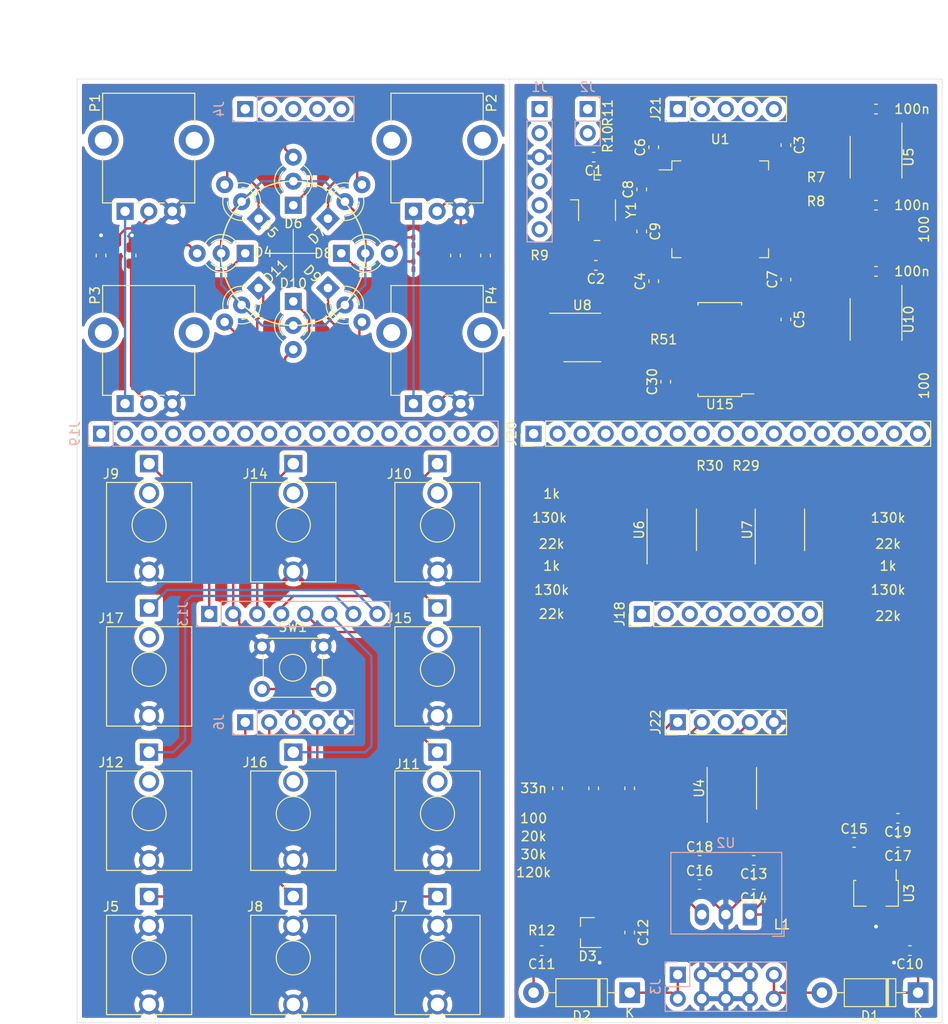
<source format=kicad_pcb>
(kicad_pcb (version 20171130) (host pcbnew 5.1.8)
  (layers (0 F.Cu signal) (31 B.Cu signal) (34 B.Paste user) (35 F.Paste user) (36 B.SilkS user) (37 F.SilkS user) (38 B.Mask user) (39 F.Mask user) (44 Edge.Cuts user))
  (net 0 "")
  (net 1 GND)
  (net 2 "Net-(C1-Pad1)")
  (net 3 "Net-(C2-Pad1)")
  (net 4 +3V3)
  (net 5 "Net-(C5-Pad1)")
  (net 6 +3.3VA)
  (net 7 +12V)
  (net 8 -12V)
  (net 9 -10V)
  (net 10 "Net-(C14-Pad1)")
  (net 11 T_FRQ)
  (net 12 ADC_VOCT)
  (net 13 T_SEL)
  (net 14 T_SCL)
  (net 15 T_OFF)
  (net 16 ADC_CLK)
  (net 17 "Net-(D1-Pad2)")
  (net 18 "Net-(D2-Pad1)")
  (net 19 "Net-(D4-Pad3)")
  (net 20 "Net-(D4-Pad1)")
  (net 21 "Net-(D5-Pad3)")
  (net 22 "Net-(D5-Pad1)")
  (net 23 "Net-(D6-Pad3)")
  (net 24 "Net-(D6-Pad1)")
  (net 25 "Net-(D7-Pad3)")
  (net 26 "Net-(D7-Pad1)")
  (net 27 "Net-(D8-Pad3)")
  (net 28 "Net-(D8-Pad1)")
  (net 29 "Net-(D9-Pad3)")
  (net 30 "Net-(D9-Pad1)")
  (net 31 "Net-(D10-Pad3)")
  (net 32 "Net-(D10-Pad1)")
  (net 33 "Net-(D11-Pad3)")
  (net 34 "Net-(D11-Pad1)")
  (net 35 SWO)
  (net 36 NSRT)
  (net 37 SWDIO)
  (net 38 SWCLK)
  (net 39 "Net-(J2-Pad2)")
  (net 40 "Net-(J2-Pad1)")
  (net 41 T_MODE)
  (net 42 T_CLK)
  (net 43 T_VOCT)
  (net 44 B_MODE)
  (net 45 B_CLK)
  (net 46 B_VOCT)
  (net 47 B_OFF)
  (net 48 B_SCL)
  (net 49 B_SEL)
  (net 50 B_FRQ)
  (net 51 T_1)
  (net 52 "Net-(J9-PadTN)")
  (net 53 T_3)
  (net 54 "Net-(J10-PadTN)")
  (net 55 T_5)
  (net 56 "Net-(J11-PadTN)")
  (net 57 T_7)
  (net 58 "Net-(J12-PadTN)")
  (net 59 T_8)
  (net 60 T_6)
  (net 61 T_4)
  (net 62 T_2)
  (net 63 VREF)
  (net 64 "Net-(J14-PadTN)")
  (net 65 "Net-(J15-PadTN)")
  (net 66 "Net-(J16-PadTN)")
  (net 67 "Net-(J17-PadTN)")
  (net 68 B_8)
  (net 69 B_7)
  (net 70 B_6)
  (net 71 B_5)
  (net 72 B_4)
  (net 73 B_3)
  (net 74 B_2)
  (net 75 B_1)
  (net 76 G8_T)
  (net 77 R8_T)
  (net 78 G7_T)
  (net 79 R7_T)
  (net 80 G6_T)
  (net 81 R6_T)
  (net 82 G5_T)
  (net 83 R5_T)
  (net 84 G4_T)
  (net 85 R4_T)
  (net 86 G3_T)
  (net 87 R3_T)
  (net 88 G2_T)
  (net 89 R2_T)
  (net 90 G1_T)
  (net 91 R1_T)
  (net 92 "Net-(R1-Pad2)")
  (net 93 SPI2_MISO)
  (net 94 "Net-(R2-Pad2)")
  (net 95 SPI2_MOSI)
  (net 96 "Net-(R3-Pad2)")
  (net 97 SPI2_SCLK)
  (net 98 "Net-(R4-Pad2)")
  (net 99 SPI1_SCLK)
  (net 100 "Net-(R5-Pad2)")
  (net 101 SPI1_MISO)
  (net 102 "Net-(R6-Pad2)")
  (net 103 SPI1_MOSI)
  (net 104 I2C1_SCL)
  (net 105 I2C1_SDA)
  (net 106 TX)
  (net 107 RX)
  (net 108 "Net-(R13-Pad1)")
  (net 109 "Net-(R15-Pad1)")
  (net 110 "Net-(R17-Pad1)")
  (net 111 "Net-(R19-Pad1)")
  (net 112 "Net-(R21-Pad1)")
  (net 113 "Net-(R23-Pad1)")
  (net 114 DAC1)
  (net 115 "Net-(R25-Pad1)")
  (net 116 DAC3)
  (net 117 "Net-(R26-Pad1)")
  (net 118 DAC5)
  (net 119 "Net-(R27-Pad1)")
  (net 120 DAC7)
  (net 121 "Net-(R28-Pad1)")
  (net 122 "Net-(R35-Pad2)")
  (net 123 "Net-(R36-Pad2)")
  (net 124 "Net-(R37-Pad2)")
  (net 125 "Net-(R38-Pad2)")
  (net 126 DAC2)
  (net 127 "Net-(R39-Pad1)")
  (net 128 DAC4)
  (net 129 "Net-(R40-Pad1)")
  (net 130 DAC6)
  (net 131 "Net-(R41-Pad1)")
  (net 132 DAC8)
  (net 133 "Net-(R42-Pad1)")
  (net 134 "Net-(R47-Pad2)")
  (net 135 "Net-(R48-Pad2)")
  (net 136 "Net-(R49-Pad2)")
  (net 137 "Net-(R50-Pad2)")
  (net 138 "Net-(R51-Pad1)")
  (net 139 "Net-(R68-Pad2)")
  (net 140 DAC_SYNC)
  (net 141 "Net-(R69-Pad2)")
  (net 142 ADC_CS)
  (net 143 "Net-(U1-Pad62)")
  (net 144 "Net-(U1-Pad61)")
  (net 145 "Net-(U1-Pad57)")
  (net 146 "Net-(U1-Pad56)")
  (net 147 "Net-(U1-Pad54)")
  (net 148 "Net-(U1-Pad53)")
  (net 149 "Net-(U1-Pad52)")
  (net 150 "Net-(U1-Pad50)")
  (net 151 "Net-(U1-Pad45)")
  (net 152 "Net-(U1-Pad44)")
  (net 153 "Net-(U1-Pad41)")
  (net 154 "Net-(U1-Pad40)")
  (net 155 "Net-(U1-Pad39)")
  (net 156 "Net-(U1-Pad38)")
  (net 157 "Net-(U1-Pad37)")
  (net 158 "Net-(U1-Pad36)")
  (net 159 "Net-(U1-Pad35)")
  (net 160 "Net-(U1-Pad34)")
  (net 161 "Net-(U1-Pad33)")
  (net 162 "Net-(U1-Pad29)")
  (net 163 "Net-(U1-Pad28)")
  (net 164 "Net-(U1-Pad27)")
  (net 165 "Net-(U1-Pad25)")
  (net 166 "Net-(U1-Pad24)")
  (net 167 "Net-(U1-Pad17)")
  (net 168 "Net-(U1-Pad16)")
  (net 169 "Net-(U1-Pad15)")
  (net 170 "Net-(U1-Pad14)")
  (net 171 "Net-(U1-Pad8)")
  (net 172 "Net-(U1-Pad4)")
  (net 173 "Net-(U1-Pad3)")
  (net 174 "Net-(U1-Pad2)")
  (net 175 "Net-(U5-Pad11)")
  (net 176 "Net-(U15-Pad25)")
  (net 177 "Net-(Y1-Pad4)")
  (net 178 "Net-(Y1-Pad2)")
  (net 179 ADC_RST)
  (net 180 T_RST)
  (net 181 B_RST)
  (net 182 "Net-(J20-Pad16)")
  (net 183 "Net-(J20-Pad15)")
  (net 184 "Net-(J20-Pad14)")
  (net 185 "Net-(J20-Pad13)")
  (net 186 "Net-(J20-Pad12)")
  (net 187 "Net-(J20-Pad11)")
  (net 188 "Net-(J20-Pad10)")
  (net 189 "Net-(J20-Pad9)")
  (net 190 "Net-(J20-Pad8)")
  (net 191 "Net-(J20-Pad7)")
  (net 192 "Net-(J20-Pad6)")
  (net 193 "Net-(J20-Pad5)")
  (net 194 "Net-(J20-Pad4)")
  (net 195 "Net-(J20-Pad3)")
  (net 196 "Net-(J20-Pad2)")
  (net 197 "Net-(J20-Pad1)")
  (module Connector_PinHeader_2.54mm:PinHeader_1x17_P2.54mm_Vertical (layer F.Cu) (at 148.59 52.705 90)
    (fp_text reference J20 (at 0 -2.33 90) (layer F.SilkS))
    (fp_text value Conn_01x17_Male)
    (pad 17 thru_hole oval (at 0 40.64 90) (size 1.7 1.7) (drill 1) (layers *.Cu *.Mask) (net 4 +3V3))
    (pad 16 thru_hole oval (at 0 38.1 90) (size 1.7 1.7) (drill 1) (layers *.Cu *.Mask) (net 182 "Net-(J20-Pad16)"))
    (pad 15 thru_hole oval (at 0 35.56 90) (size 1.7 1.7) (drill 1) (layers *.Cu *.Mask) (net 183 "Net-(J20-Pad15)"))
    (pad 14 thru_hole oval (at 0 33.02 90) (size 1.7 1.7) (drill 1) (layers *.Cu *.Mask) (net 184 "Net-(J20-Pad14)"))
    (pad 13 thru_hole oval (at 0 30.48 90) (size 1.7 1.7) (drill 1) (layers *.Cu *.Mask) (net 185 "Net-(J20-Pad13)"))
    (pad 12 thru_hole oval (at 0 27.94 90) (size 1.7 1.7) (drill 1) (layers *.Cu *.Mask) (net 186 "Net-(J20-Pad12)"))
    (pad 11 thru_hole oval (at 0 25.4 90) (size 1.7 1.7) (drill 1) (layers *.Cu *.Mask) (net 187 "Net-(J20-Pad11)"))
    (pad 10 thru_hole oval (at 0 22.86 90) (size 1.7 1.7) (drill 1) (layers *.Cu *.Mask) (net 188 "Net-(J20-Pad10)"))
    (pad 9 thru_hole oval (at 0 20.32 90) (size 1.7 1.7) (drill 1) (layers *.Cu *.Mask) (net 189 "Net-(J20-Pad9)"))
    (pad 8 thru_hole oval (at 0 17.78 90) (size 1.7 1.7) (drill 1) (layers *.Cu *.Mask) (net 190 "Net-(J20-Pad8)"))
    (pad 7 thru_hole oval (at 0 15.24 90) (size 1.7 1.7) (drill 1) (layers *.Cu *.Mask) (net 191 "Net-(J20-Pad7)"))
    (pad 6 thru_hole oval (at 0 12.7 90) (size 1.7 1.7) (drill 1) (layers *.Cu *.Mask) (net 192 "Net-(J20-Pad6)"))
    (pad 5 thru_hole oval (at 0 10.16 90) (size 1.7 1.7) (drill 1) (layers *.Cu *.Mask) (net 193 "Net-(J20-Pad5)"))
    (pad 4 thru_hole oval (at 0 7.62 90) (size 1.7 1.7) (drill 1) (layers *.Cu *.Mask) (net 194 "Net-(J20-Pad4)"))
    (pad 3 thru_hole oval (at 0 5.08 90) (size 1.7 1.7) (drill 1) (layers *.Cu *.Mask) (net 195 "Net-(J20-Pad3)"))
    (pad 2 thru_hole oval (at 0 2.54 90) (size 1.7 1.7) (drill 1) (layers *.Cu *.Mask) (net 196 "Net-(J20-Pad2)"))
    (pad 1 thru_hole rect (at 0 0 90) (size 1.7 1.7) (drill 1) (layers *.Cu *.Mask) (net 197 "Net-(J20-Pad1)"))
  )
  (module Connector_PinSocket_2.54mm:PinSocket_1x17_P2.54mm_Vertical (layer B.Cu) (at 102.87 52.705 270)
    (fp_text reference J19 (at 0 2.77 270) (layer B.SilkS) (effects (justify mirror)))
    (fp_text value Conn_01x17_Female)
    (pad 17 thru_hole oval (at 0 -40.64 270) (size 1.7 1.7) (drill 1) (layers *.Cu *.Mask) (net 4 +3V3))
    (pad 16 thru_hole oval (at 0 -38.1 270) (size 1.7 1.7) (drill 1) (layers *.Cu *.Mask) (net 91 R1_T))
    (pad 15 thru_hole oval (at 0 -35.56 270) (size 1.7 1.7) (drill 1) (layers *.Cu *.Mask) (net 90 G1_T))
    (pad 14 thru_hole oval (at 0 -33.02 270) (size 1.7 1.7) (drill 1) (layers *.Cu *.Mask) (net 89 R2_T))
    (pad 13 thru_hole oval (at 0 -30.48 270) (size 1.7 1.7) (drill 1) (layers *.Cu *.Mask) (net 88 G2_T))
    (pad 12 thru_hole oval (at 0 -27.94 270) (size 1.7 1.7) (drill 1) (layers *.Cu *.Mask) (net 87 R3_T))
    (pad 11 thru_hole oval (at 0 -25.4 270) (size 1.7 1.7) (drill 1) (layers *.Cu *.Mask) (net 86 G3_T))
    (pad 10 thru_hole oval (at 0 -22.86 270) (size 1.7 1.7) (drill 1) (layers *.Cu *.Mask) (net 85 R4_T))
    (pad 9 thru_hole oval (at 0 -20.32 270) (size 1.7 1.7) (drill 1) (layers *.Cu *.Mask) (net 84 G4_T))
    (pad 8 thru_hole oval (at 0 -17.78 270) (size 1.7 1.7) (drill 1) (layers *.Cu *.Mask) (net 83 R5_T))
    (pad 7 thru_hole oval (at 0 -15.24 270) (size 1.7 1.7) (drill 1) (layers *.Cu *.Mask) (net 82 G5_T))
    (pad 6 thru_hole oval (at 0 -12.7 270) (size 1.7 1.7) (drill 1) (layers *.Cu *.Mask) (net 81 R6_T))
    (pad 5 thru_hole oval (at 0 -10.16 270) (size 1.7 1.7) (drill 1) (layers *.Cu *.Mask) (net 80 G6_T))
    (pad 4 thru_hole oval (at 0 -7.62 270) (size 1.7 1.7) (drill 1) (layers *.Cu *.Mask) (net 79 R7_T))
    (pad 3 thru_hole oval (at 0 -5.08 270) (size 1.7 1.7) (drill 1) (layers *.Cu *.Mask) (net 78 G7_T))
    (pad 2 thru_hole oval (at 0 -2.54 270) (size 1.7 1.7) (drill 1) (layers *.Cu *.Mask) (net 77 R8_T))
    (pad 1 thru_hole rect (at 0 0 270) (size 1.7 1.7) (drill 1) (layers *.Cu *.Mask) (net 76 G8_T))
  )
  (module Connector_Audio:Jack_3.5mm_QingPu_WQP-PJ398SM_Vertical_CircularHoles (layer F.Cu) (at 123.19 55.88)
    (fp_text reference J14 (at -4.03 1.08 180) (layer F.SilkS))
    (fp_text value OUT2)
    (pad T thru_hole circle (at 0 11.4 180) (size 2.13 2.13) (drill 1.43) (layers *.Cu *.Mask) (net 1 GND))
    (pad S thru_hole rect (at 0 0 180) (size 1.93 1.83) (drill 1.22) (layers *.Cu *.Mask) (net 62 T_2))
    (pad TN thru_hole circle (at 0 3.1 180) (size 2.13 2.13) (drill 1.42) (layers *.Cu *.Mask) (net 64 "Net-(J14-PadTN)"))
  )
  (module Connector_PinHeader_2.54mm:PinHeader_1x05_P2.54mm_Vertical (layer F.Cu) (at 163.83 83.185 90)
    (fp_text reference J22 (at 0 -2.33 90) (layer F.SilkS))
    (fp_text value Conn_01x05_Male)
    (pad 5 thru_hole oval (at 0 10.16 90) (size 1.7 1.7) (drill 1) (layers *.Cu *.Mask) (net 1 GND))
    (pad 4 thru_hole oval (at 0 7.62 90) (size 1.7 1.7) (drill 1) (layers *.Cu *.Mask) (net 45 B_CLK))
    (pad 3 thru_hole oval (at 0 5.08 90) (size 1.7 1.7) (drill 1) (layers *.Cu *.Mask) (net 44 B_MODE))
    (pad 2 thru_hole oval (at 0 2.54 90) (size 1.7 1.7) (drill 1) (layers *.Cu *.Mask) (net 181 B_RST))
    (pad 1 thru_hole rect (at 0 0 90) (size 1.7 1.7) (drill 1) (layers *.Cu *.Mask) (net 46 B_VOCT))
  )
  (module Connector_PinHeader_2.54mm:PinHeader_1x05_P2.54mm_Vertical (layer F.Cu) (at 163.83 18.415 90)
    (fp_text reference J21 (at 0 -2.33 90) (layer F.SilkS))
    (fp_text value Conn_01x05_Male)
    (pad 5 thru_hole oval (at 0 10.16 90) (size 1.7 1.7) (drill 1) (layers *.Cu *.Mask) (net 49 B_SEL))
    (pad 4 thru_hole oval (at 0 7.62 90) (size 1.7 1.7) (drill 1) (layers *.Cu *.Mask) (net 48 B_SCL))
    (pad 3 thru_hole oval (at 0 5.08 90) (size 1.7 1.7) (drill 1) (layers *.Cu *.Mask) (net 47 B_OFF))
    (pad 2 thru_hole oval (at 0 2.54 90) (size 1.7 1.7) (drill 1) (layers *.Cu *.Mask) (net 50 B_FRQ))
    (pad 1 thru_hole rect (at 0 0 90) (size 1.7 1.7) (drill 1) (layers *.Cu *.Mask) (net 6 +3.3VA))
  )
  (module Connector_PinHeader_2.54mm:PinHeader_1x08_P2.54mm_Vertical (layer F.Cu) (at 160.02 71.755 90)
    (fp_text reference J18 (at 0 -2.33 90) (layer F.SilkS))
    (fp_text value Conn_01x08_Male)
    (pad 8 thru_hole oval (at 0 17.78 90) (size 1.7 1.7) (drill 1) (layers *.Cu *.Mask) (net 68 B_8))
    (pad 7 thru_hole oval (at 0 15.24 90) (size 1.7 1.7) (drill 1) (layers *.Cu *.Mask) (net 69 B_7))
    (pad 6 thru_hole oval (at 0 12.7 90) (size 1.7 1.7) (drill 1) (layers *.Cu *.Mask) (net 70 B_6))
    (pad 5 thru_hole oval (at 0 10.16 90) (size 1.7 1.7) (drill 1) (layers *.Cu *.Mask) (net 71 B_5))
    (pad 4 thru_hole oval (at 0 7.62 90) (size 1.7 1.7) (drill 1) (layers *.Cu *.Mask) (net 72 B_4))
    (pad 3 thru_hole oval (at 0 5.08 90) (size 1.7 1.7) (drill 1) (layers *.Cu *.Mask) (net 73 B_3))
    (pad 2 thru_hole oval (at 0 2.54 90) (size 1.7 1.7) (drill 1) (layers *.Cu *.Mask) (net 74 B_2))
    (pad 1 thru_hole rect (at 0 0 90) (size 1.7 1.7) (drill 1) (layers *.Cu *.Mask) (net 75 B_1))
  )
  (module Connector_PinSocket_2.54mm:PinSocket_1x08_P2.54mm_Vertical (layer B.Cu) (at 114.3 71.755 270)
    (fp_text reference J13 (at 0 2.77 270) (layer B.SilkS) (effects (justify mirror)))
    (fp_text value Conn_01x08_Female)
    (pad 8 thru_hole oval (at 0 -17.78 270) (size 1.7 1.7) (drill 1) (layers *.Cu *.Mask) (net 59 T_8))
    (pad 7 thru_hole oval (at 0 -15.24 270) (size 1.7 1.7) (drill 1) (layers *.Cu *.Mask) (net 57 T_7))
    (pad 6 thru_hole oval (at 0 -12.7 270) (size 1.7 1.7) (drill 1) (layers *.Cu *.Mask) (net 60 T_6))
    (pad 5 thru_hole oval (at 0 -10.16 270) (size 1.7 1.7) (drill 1) (layers *.Cu *.Mask) (net 55 T_5))
    (pad 4 thru_hole oval (at 0 -7.62 270) (size 1.7 1.7) (drill 1) (layers *.Cu *.Mask) (net 61 T_4))
    (pad 3 thru_hole oval (at 0 -5.08 270) (size 1.7 1.7) (drill 1) (layers *.Cu *.Mask) (net 53 T_3))
    (pad 2 thru_hole oval (at 0 -2.54 270) (size 1.7 1.7) (drill 1) (layers *.Cu *.Mask) (net 62 T_2))
    (pad 1 thru_hole rect (at 0 0 270) (size 1.7 1.7) (drill 1) (layers *.Cu *.Mask) (net 51 T_1))
  )
  (module Connector_PinSocket_2.54mm:PinSocket_1x05_P2.54mm_Vertical (layer B.Cu) (at 118.11 83.185 270)
    (fp_text reference J6 (at 0 2.77 90) (layer B.SilkS) (effects (justify mirror)))
    (fp_text value Conn_01x05_Female)
    (pad 5 thru_hole oval (at 0 -10.16 270) (size 1.7 1.7) (drill 1) (layers *.Cu *.Mask) (net 1 GND))
    (pad 4 thru_hole oval (at 0 -7.62 270) (size 1.7 1.7) (drill 1) (layers *.Cu *.Mask) (net 180 T_RST))
    (pad 3 thru_hole oval (at 0 -5.08 270) (size 1.7 1.7) (drill 1) (layers *.Cu *.Mask) (net 41 T_MODE))
    (pad 2 thru_hole oval (at 0 -2.54 270) (size 1.7 1.7) (drill 1) (layers *.Cu *.Mask) (net 42 T_CLK))
    (pad 1 thru_hole rect (at 0 0 270) (size 1.7 1.7) (drill 1) (layers *.Cu *.Mask) (net 43 T_VOCT))
  )
  (module Connector_PinSocket_2.54mm:PinSocket_1x05_P2.54mm_Vertical (layer B.Cu) (at 118.11 18.415 270)
    (fp_text reference J4 (at 0 2.77 90) (layer B.SilkS) (effects (justify mirror)))
    (fp_text value Conn_01x05_Female)
    (pad 5 thru_hole oval (at 0 -10.16 270) (size 1.7 1.7) (drill 1) (layers *.Cu *.Mask) (net 13 T_SEL))
    (pad 4 thru_hole oval (at 0 -7.62 270) (size 1.7 1.7) (drill 1) (layers *.Cu *.Mask) (net 14 T_SCL))
    (pad 3 thru_hole oval (at 0 -5.08 270) (size 1.7 1.7) (drill 1) (layers *.Cu *.Mask) (net 15 T_OFF))
    (pad 2 thru_hole oval (at 0 -2.54 270) (size 1.7 1.7) (drill 1) (layers *.Cu *.Mask) (net 11 T_FRQ))
    (pad 1 thru_hole rect (at 0 0 270) (size 1.7 1.7) (drill 1) (layers *.Cu *.Mask) (net 6 +3.3VA))
  )
  (module Connector_PinHeader_2.54mm:PinHeader_1x02_P2.54mm_Vertical (layer B.Cu) (at 154.305 18.415 180)
    (fp_text reference J2 (at 0 2.33) (layer B.SilkS) (effects (justify mirror)))
    (fp_text value USART)
    (pad 2 thru_hole oval (at 0 -2.54 180) (size 1.7 1.7) (drill 1) (layers *.Cu *.Mask) (net 39 "Net-(J2-Pad2)"))
    (pad 1 thru_hole rect (at 0 0 180) (size 1.7 1.7) (drill 1) (layers *.Cu *.Mask) (net 40 "Net-(J2-Pad1)"))
  )
  (module Connector_PinHeader_2.54mm:PinHeader_1x06_P2.54mm_Vertical (layer B.Cu) (at 149.225 18.415 180)
    (fp_text reference J1 (at 0 2.33) (layer B.SilkS) (effects (justify mirror)))
    (fp_text value Conn_01x06)
    (pad 6 thru_hole oval (at 0 -12.7 180) (size 1.7 1.7) (drill 1) (layers *.Cu *.Mask) (net 35 SWO))
    (pad 5 thru_hole oval (at 0 -10.16 180) (size 1.7 1.7) (drill 1) (layers *.Cu *.Mask) (net 36 NSRT))
    (pad 4 thru_hole oval (at 0 -7.62 180) (size 1.7 1.7) (drill 1) (layers *.Cu *.Mask) (net 37 SWDIO))
    (pad 3 thru_hole oval (at 0 -5.08 180) (size 1.7 1.7) (drill 1) (layers *.Cu *.Mask) (net 1 GND))
    (pad 2 thru_hole oval (at 0 -2.54 180) (size 1.7 1.7) (drill 1) (layers *.Cu *.Mask) (net 38 SWCLK))
    (pad 1 thru_hole rect (at 0 0 180) (size 1.7 1.7) (drill 1) (layers *.Cu *.Mask) (net 4 +3V3))
  )
  (module Connector_PinHeader_2.54mm:PinHeader_2x05_P2.54mm_Vertical (layer B.Cu) (at 163.83 109.855 270)
    (fp_text reference J3 (at 1.27 2.33 90) (layer B.SilkS) (effects (justify mirror)))
    (fp_text value Conn_02x05_Odd_Even hide)
    (pad 10 thru_hole oval (at 2.54 -10.16 270) (size 1.7 1.7) (drill 1) (layers *.Cu *.Mask) (net 17 "Net-(D1-Pad2)"))
    (pad 9 thru_hole oval (at 0 -10.16 270) (size 1.7 1.7) (drill 1) (layers *.Cu *.Mask) (net 17 "Net-(D1-Pad2)"))
    (pad 8 thru_hole oval (at 2.54 -7.62 270) (size 1.7 1.7) (drill 1) (layers *.Cu *.Mask) (net 1 GND))
    (pad 7 thru_hole oval (at 0 -7.62 270) (size 1.7 1.7) (drill 1) (layers *.Cu *.Mask) (net 1 GND))
    (pad 6 thru_hole oval (at 2.54 -5.08 270) (size 1.7 1.7) (drill 1) (layers *.Cu *.Mask) (net 1 GND))
    (pad 5 thru_hole oval (at 0 -5.08 270) (size 1.7 1.7) (drill 1) (layers *.Cu *.Mask) (net 1 GND))
    (pad 4 thru_hole oval (at 2.54 -2.54 270) (size 1.7 1.7) (drill 1) (layers *.Cu *.Mask) (net 1 GND))
    (pad 3 thru_hole oval (at 0 -2.54 270) (size 1.7 1.7) (drill 1) (layers *.Cu *.Mask) (net 1 GND))
    (pad 2 thru_hole oval (at 2.54 0 270) (size 1.7 1.7) (drill 1) (layers *.Cu *.Mask) (net 18 "Net-(D2-Pad1)"))
    (pad 1 thru_hole rect (at 0 0 270) (size 1.7 1.7) (drill 1) (layers *.Cu *.Mask) (net 18 "Net-(D2-Pad1)"))
  )
  (module Potentiometer_THT:Potentiometer_Alpha_RD901F-40-00D_Single_Vertical_CircularHoles (layer F.Cu) (at 135.89 49.53 90)
    (fp_text reference P4 (at 11.43 8.255 270) (layer F.SilkS))
    (fp_text value 10k)
    (pad "" thru_hole circle (at 7.5 -2.3 180) (size 3.24 3.24) (drill 1.8) (layers *.Cu *.Mask))
    (pad "" thru_hole circle (at 7.5 7.3 180) (size 3.24 3.24) (drill 1.8) (layers *.Cu *.Mask))
    (pad 3 thru_hole circle (at 0 5 180) (size 1.8 1.8) (drill 1) (layers *.Cu *.Mask) (net 1 GND))
    (pad 2 thru_hole circle (at 0 2.5 180) (size 1.8 1.8) (drill 1) (layers *.Cu *.Mask) (net 14 T_SCL))
    (pad 1 thru_hole rect (at 0 0 180) (size 1.8 1.8) (drill 1) (layers *.Cu *.Mask) (net 6 +3.3VA))
  )
  (module Package_SO:SOIC-8_3.9x4.9mm_P1.27mm (layer F.Cu) (at 153.735 42.545)
    (fp_text reference U8 (at 0 -3.4) (layer F.SilkS))
    (fp_text value M24C02-RMN)
    (pad 8 smd roundrect (at 2.475 -1.905) (size 1.95 0.6) (layers F.Cu F.Paste F.Mask) (net 4 +3V3))
    (pad 7 smd roundrect (at 2.475 -0.635) (size 1.95 0.6) (layers F.Cu F.Paste F.Mask) (net 1 GND))
    (pad 6 smd roundrect (at 2.475 0.635) (size 1.95 0.6) (layers F.Cu F.Paste F.Mask) (net 104 I2C1_SCL))
    (pad 5 smd roundrect (at 2.475 1.905) (size 1.95 0.6) (layers F.Cu F.Paste F.Mask) (net 105 I2C1_SDA))
    (pad 4 smd roundrect (at -2.475 1.905) (size 1.95 0.6) (layers F.Cu F.Paste F.Mask) (net 1 GND))
    (pad 3 smd roundrect (at -2.475 0.635) (size 1.95 0.6) (layers F.Cu F.Paste F.Mask) (net 1 GND))
    (pad 2 smd roundrect (at -2.475 -0.635) (size 1.95 0.6) (layers F.Cu F.Paste F.Mask) (net 1 GND))
    (pad 1 smd roundrect (at -2.475 -1.905) (size 1.95 0.6) (layers F.Cu F.Paste F.Mask) (net 1 GND))
  )
  (module Connector_Audio:Jack_3.5mm_QingPu_WQP-PJ398SM_Vertical_CircularHoles (layer F.Cu) (at 107.95 101.6)
    (fp_text reference J5 (at -4.03 1.08 180) (layer F.SilkS))
    (fp_text value VOCT)
    (pad T thru_hole circle (at 0 11.4 180) (size 2.13 2.13) (drill 1.43) (layers *.Cu *.Mask) (net 1 GND))
    (pad S thru_hole rect (at 0 0 180) (size 1.93 1.83) (drill 1.22) (layers *.Cu *.Mask) (net 43 T_VOCT))
    (pad TN thru_hole circle (at 0 3.1 180) (size 2.13 2.13) (drill 1.42) (layers *.Cu *.Mask) (net 1 GND))
  )
  (module Capacitor_SMD:C_0603_1608Metric_Pad1.08x0.95mm_HandSolder (layer F.Cu) (at 187.0975 95.885 180)
    (fp_text reference C17 (at 0 -1.43) (layer F.SilkS))
    (fp_text value 10u)
    (pad 2 smd roundrect (at 0.8625 0 180) (size 1.075 0.95) (layers F.Cu F.Paste F.Mask) (net 1 GND))
    (pad 1 smd roundrect (at -0.8625 0 180) (size 1.075 0.95) (layers F.Cu F.Paste F.Mask) (net 6 +3.3VA))
  )
  (module Resistor_SMD:R_0201_0603Metric_Pad0.64x0.40mm_HandSolder (layer F.Cu) (at 158.75 97.155)
    (fp_text reference R22 hide)
    (fp_text value 30k hide)
    (pad 2 smd roundrect (at 0.4075 0) (size 0.635 0.4) (layers F.Cu F.Mask) (net 45 B_CLK))
    (pad 1 smd roundrect (at -0.4075 0) (size 0.635 0.4) (layers F.Cu F.Mask) (net 112 "Net-(R21-Pad1)"))
  )
  (module Capacitor_SMD:C_0603_1608Metric_Pad1.08x0.95mm_HandSolder (layer F.Cu) (at 102.87 33.8825 90)
    (fp_text reference C20 hide)
    (fp_text value 33n)
    (pad 2 smd roundrect (at 0.8625 0 90) (size 1.075 0.95) (layers F.Cu F.Paste F.Mask) (net 1 GND))
    (pad 1 smd roundrect (at -0.8625 0 90) (size 1.075 0.95) (layers F.Cu F.Paste F.Mask) (net 11 T_FRQ))
  )
  (module Package_SO:TSSOP-14_4.4x5mm_P0.65mm (layer F.Cu) (at 169.545 90.17 90)
    (fp_text reference U4 (at 0 -3.45 90) (layer F.SilkS))
    (fp_text value MCP6004)
    (pad 14 smd roundrect (at 2.8625 -1.95 90) (size 1.475 0.4) (layers F.Cu F.Paste F.Mask))
    (pad 13 smd roundrect (at 2.8625 -1.3 90) (size 1.475 0.4) (layers F.Cu F.Paste F.Mask))
    (pad 12 smd roundrect (at 2.8625 -0.65 90) (size 1.475 0.4) (layers F.Cu F.Paste F.Mask))
    (pad 11 smd roundrect (at 2.8625 0 90) (size 1.475 0.4) (layers F.Cu F.Paste F.Mask) (net 1 GND))
    (pad 10 smd roundrect (at 2.8625 0.65 90) (size 1.475 0.4) (layers F.Cu F.Paste F.Mask) (net 1 GND))
    (pad 9 smd roundrect (at 2.8625 1.3 90) (size 1.475 0.4) (layers F.Cu F.Paste F.Mask) (net 112 "Net-(R21-Pad1)"))
    (pad 8 smd roundrect (at 2.8625 1.95 90) (size 1.475 0.4) (layers F.Cu F.Paste F.Mask) (net 113 "Net-(R23-Pad1)"))
    (pad 7 smd roundrect (at -2.8625 1.95 90) (size 1.475 0.4) (layers F.Cu F.Paste F.Mask) (net 111 "Net-(R19-Pad1)"))
    (pad 6 smd roundrect (at -2.8625 1.3 90) (size 1.475 0.4) (layers F.Cu F.Paste F.Mask) (net 110 "Net-(R17-Pad1)"))
    (pad 5 smd roundrect (at -2.8625 0.65 90) (size 1.475 0.4) (layers F.Cu F.Paste F.Mask) (net 1 GND))
    (pad 4 smd roundrect (at -2.8625 0 90) (size 1.475 0.4) (layers F.Cu F.Paste F.Mask) (net 6 +3.3VA))
    (pad 3 smd roundrect (at -2.8625 -0.65 90) (size 1.475 0.4) (layers F.Cu F.Paste F.Mask) (net 1 GND))
    (pad 2 smd roundrect (at -2.8625 -1.3 90) (size 1.475 0.4) (layers F.Cu F.Paste F.Mask) (net 108 "Net-(R13-Pad1)"))
    (pad 1 smd roundrect (at -2.8625 -1.95 90) (size 1.475 0.4) (layers F.Cu F.Paste F.Mask) (net 109 "Net-(R15-Pad1)"))
  )
  (module Capacitor_SMD:C_0603_1608Metric_Pad1.08x0.95mm_HandSolder (layer F.Cu) (at 158.75 90.17 90)
    (fp_text reference C28 hide)
    (fp_text value 33n hide)
    (pad 2 smd roundrect (at 0.8625 0 90) (size 1.075 0.95) (layers F.Cu F.Paste F.Mask) (net 1 GND))
    (pad 1 smd roundrect (at -0.8625 0 90) (size 1.075 0.95) (layers F.Cu F.Paste F.Mask) (net 16 ADC_CLK))
  )
  (module LED_THT:LED_D3.0mm-3 (layer F.Cu) (at 126.854949 29.990051 45)
    (fp_text reference D7 (at -2.039931 0.449013 45) (layer F.SilkS))
    (fp_text value SSL-LX3059IGW-CA hide)
    (pad 3 thru_hole circle (at 5.08 0 45) (size 1.8 1.8) (drill 0.9) (layers *.Cu *.Mask) (net 25 "Net-(D7-Pad3)"))
    (pad 2 thru_hole circle (at 2.54 0 45) (size 1.8 1.8) (drill 0.9) (layers *.Cu *.Mask) (net 4 +3V3))
    (pad 1 thru_hole rect (at 0 0 45) (size 1.8 1.8) (drill 0.9) (layers *.Cu *.Mask) (net 26 "Net-(D7-Pad1)"))
  )
  (module Capacitor_SMD:C_0603_1608Metric_Pad1.08x0.95mm_HandSolder (layer F.Cu) (at 149.4525 107.315 180)
    (fp_text reference C11 (at 0 -1.43) (layer F.SilkS))
    (fp_text value 22u)
    (pad 2 smd roundrect (at 0.8625 0 180) (size 1.075 0.95) (layers F.Cu F.Paste F.Mask) (net 8 -12V))
    (pad 1 smd roundrect (at -0.8625 0 180) (size 1.075 0.95) (layers F.Cu F.Paste F.Mask) (net 1 GND))
  )
  (module Capacitor_SMD:C_0603_1608Metric_Pad1.08x0.95mm_HandSolder (layer F.Cu) (at 171.8575 97.79 180)
    (fp_text reference C13 (at 0 -1.43) (layer F.SilkS))
    (fp_text value 22u)
    (pad 2 smd roundrect (at 0.8625 0 180) (size 1.075 0.95) (layers F.Cu F.Paste F.Mask) (net 1 GND))
    (pad 1 smd roundrect (at -0.8625 0 180) (size 1.075 0.95) (layers F.Cu F.Paste F.Mask) (net 7 +12V))
  )
  (module Resistor_SMD:R_0201_0603Metric_Pad0.64x0.40mm_HandSolder (layer F.Cu) (at 157.48 18.8225 90)
    (fp_text reference R11 (at 0 -1.05 90) (layer F.SilkS))
    (fp_text value 100)
    (pad 2 smd roundrect (at 0.4075 0 90) (size 0.635 0.4) (layers F.Cu F.Mask) (net 40 "Net-(J2-Pad1)"))
    (pad 1 smd roundrect (at -0.4075 0 90) (size 0.635 0.4) (layers F.Cu F.Mask) (net 107 RX))
  )
  (module Capacitor_SMD:C_0603_1608Metric_Pad1.08x0.95mm_HandSolder (layer F.Cu) (at 158.75 105.41 270)
    (fp_text reference C12 (at 0 -1.43 90) (layer F.SilkS))
    (fp_text value 1u)
    (pad 2 smd roundrect (at 0.8625 0 270) (size 1.075 0.95) (layers F.Cu F.Paste F.Mask) (net 1 GND))
    (pad 1 smd roundrect (at -0.8625 0 270) (size 1.075 0.95) (layers F.Cu F.Paste F.Mask) (net 9 -10V))
  )
  (module Resistor_SMD:R_0201_0603Metric_Pad0.64x0.40mm_HandSolder (layer F.Cu) (at 121.92 46.99 180)
    (fp_text reference R64 hide)
    (fp_text value 68)
    (pad 2 smd roundrect (at 0.4075 0 180) (size 0.635 0.4) (layers F.Cu F.Mask) (net 79 R7_T))
    (pad 1 smd roundrect (at -0.4075 0 180) (size 0.635 0.4) (layers F.Cu F.Mask) (net 31 "Net-(D10-Pad3)"))
  )
  (module Resistor_SMD:R_0201_0603Metric_Pad0.64x0.40mm_HandSolder (layer F.Cu) (at 187.96 31.115 270)
    (fp_text reference R69 hide)
    (fp_text value 100 (at 0 -1.905 90) (layer F.SilkS))
    (pad 2 smd roundrect (at 0.4075 0 270) (size 0.635 0.4) (layers F.Cu F.Mask) (net 141 "Net-(R69-Pad2)"))
    (pad 1 smd roundrect (at -0.4075 0 270) (size 0.635 0.4) (layers F.Cu F.Mask) (net 142 ADC_CS))
  )
  (module LED_THT:LED_D3.0mm-3 (layer F.Cu) (at 118.11 33.655 180)
    (fp_text reference D4 (at -1.905 0.127) (layer F.SilkS))
    (fp_text value SSL-LX3059IGW-CA hide)
    (pad 3 thru_hole circle (at 5.08 0 180) (size 1.8 1.8) (drill 0.9) (layers *.Cu *.Mask) (net 19 "Net-(D4-Pad3)"))
    (pad 2 thru_hole circle (at 2.54 0 180) (size 1.8 1.8) (drill 0.9) (layers *.Cu *.Mask) (net 4 +3V3))
    (pad 1 thru_hole rect (at 0 0 180) (size 1.8 1.8) (drill 0.9) (layers *.Cu *.Mask) (net 20 "Net-(D4-Pad1)"))
  )
  (module Resistor_SMD:R_0201_0603Metric_Pad0.64x0.40mm_HandSolder (layer F.Cu) (at 186.055 31.115 90)
    (fp_text reference R6 hide)
    (fp_text value 100 hide)
    (pad 2 smd roundrect (at 0.4075 0 90) (size 0.635 0.4) (layers F.Cu F.Mask) (net 102 "Net-(R6-Pad2)"))
    (pad 1 smd roundrect (at -0.4075 0 90) (size 0.635 0.4) (layers F.Cu F.Mask) (net 103 SPI1_MOSI))
  )
  (module Package_SO:TSSOP-16_4.4x5mm_P0.65mm (layer F.Cu) (at 184.785 40.64 270)
    (fp_text reference U10 (at 0 -3.45 90) (layer F.SilkS))
    (fp_text value DAC128S085)
    (pad 16 smd roundrect (at 2.8625 -2.275 270) (size 1.475 0.4) (layers F.Cu F.Paste F.Mask) (net 97 SPI2_SCLK))
    (pad 15 smd roundrect (at 2.8625 -1.625 270) (size 1.475 0.4) (layers F.Cu F.Paste F.Mask) (net 140 DAC_SYNC))
    (pad 14 smd roundrect (at 2.8625 -0.975 270) (size 1.475 0.4) (layers F.Cu F.Paste F.Mask) (net 118 DAC5))
    (pad 13 smd roundrect (at 2.8625 -0.325 270) (size 1.475 0.4) (layers F.Cu F.Paste F.Mask) (net 130 DAC6))
    (pad 12 smd roundrect (at 2.8625 0.325 270) (size 1.475 0.4) (layers F.Cu F.Paste F.Mask) (net 120 DAC7))
    (pad 11 smd roundrect (at 2.8625 0.975 270) (size 1.475 0.4) (layers F.Cu F.Paste F.Mask) (net 132 DAC8))
    (pad 10 smd roundrect (at 2.8625 1.625 270) (size 1.475 0.4) (layers F.Cu F.Paste F.Mask) (net 1 GND))
    (pad 9 smd roundrect (at 2.8625 2.275 270) (size 1.475 0.4) (layers F.Cu F.Paste F.Mask) (net 6 +3.3VA))
    (pad 8 smd roundrect (at -2.8625 2.275 270) (size 1.475 0.4) (layers F.Cu F.Paste F.Mask) (net 6 +3.3VA))
    (pad 7 smd roundrect (at -2.8625 1.625 270) (size 1.475 0.4) (layers F.Cu F.Paste F.Mask) (net 6 +3.3VA))
    (pad 6 smd roundrect (at -2.8625 0.975 270) (size 1.475 0.4) (layers F.Cu F.Paste F.Mask) (net 128 DAC4))
    (pad 5 smd roundrect (at -2.8625 0.325 270) (size 1.475 0.4) (layers F.Cu F.Paste F.Mask) (net 116 DAC3))
    (pad 4 smd roundrect (at -2.8625 -0.325 270) (size 1.475 0.4) (layers F.Cu F.Paste F.Mask) (net 126 DAC2))
    (pad 3 smd roundrect (at -2.8625 -0.975 270) (size 1.475 0.4) (layers F.Cu F.Paste F.Mask) (net 114 DAC1))
    (pad 2 smd roundrect (at -2.8625 -1.625 270) (size 1.475 0.4) (layers F.Cu F.Paste F.Mask) (net 93 SPI2_MISO))
    (pad 1 smd roundrect (at -2.8625 -2.275 270) (size 1.475 0.4) (layers F.Cu F.Paste F.Mask) (net 95 SPI2_MOSI))
  )
  (module Potentiometer_THT:Potentiometer_Alpha_RD901F-40-00D_Single_Vertical_CircularHoles (layer F.Cu) (at 105.41 29.21 90)
    (fp_text reference P1 (at 11.43 -3.175 270) (layer F.SilkS))
    (fp_text value 10k)
    (pad "" thru_hole circle (at 7.5 -2.3 180) (size 3.24 3.24) (drill 1.8) (layers *.Cu *.Mask))
    (pad "" thru_hole circle (at 7.5 7.3 180) (size 3.24 3.24) (drill 1.8) (layers *.Cu *.Mask))
    (pad 3 thru_hole circle (at 0 5 180) (size 1.8 1.8) (drill 1) (layers *.Cu *.Mask) (net 1 GND))
    (pad 2 thru_hole circle (at 0 2.5 180) (size 1.8 1.8) (drill 1) (layers *.Cu *.Mask) (net 11 T_FRQ))
    (pad 1 thru_hole rect (at 0 0 180) (size 1.8 1.8) (drill 1) (layers *.Cu *.Mask) (net 6 +3.3VA))
  )
  (module Connector_Audio:Jack_3.5mm_QingPu_WQP-PJ398SM_Vertical_CircularHoles (layer F.Cu) (at 107.95 86.36)
    (fp_text reference J12 (at -4.03 1.08 180) (layer F.SilkS))
    (fp_text value OUT7)
    (pad T thru_hole circle (at 0 11.4 180) (size 2.13 2.13) (drill 1.43) (layers *.Cu *.Mask) (net 1 GND))
    (pad S thru_hole rect (at 0 0 180) (size 1.93 1.83) (drill 1.22) (layers *.Cu *.Mask) (net 57 T_7))
    (pad TN thru_hole circle (at 0 3.1 180) (size 2.13 2.13) (drill 1.42) (layers *.Cu *.Mask) (net 58 "Net-(J12-PadTN)"))
  )
  (module LED_THT:LED_D3.0mm-3 (layer F.Cu) (at 119.525051 37.319949 225)
    (fp_text reference D11 (at -2.488944 0 45) (layer F.SilkS))
    (fp_text value SSL-LX3059IGW-CA hide)
    (pad 3 thru_hole circle (at 5.08 0 225) (size 1.8 1.8) (drill 0.9) (layers *.Cu *.Mask) (net 33 "Net-(D11-Pad3)"))
    (pad 2 thru_hole circle (at 2.54 0 225) (size 1.8 1.8) (drill 0.9) (layers *.Cu *.Mask) (net 4 +3V3))
    (pad 1 thru_hole rect (at 0 0 225) (size 1.8 1.8) (drill 0.9) (layers *.Cu *.Mask) (net 34 "Net-(D11-Pad1)"))
  )
  (module Package_SO:TSSOP-28_4.4x9.7mm_P0.65mm (layer F.Cu) (at 168.275 43.815 180)
    (fp_text reference U15 (at 0 -5.8) (layer F.SilkS))
    (fp_text value PCA9685PW)
    (pad 28 smd roundrect (at 2.8625 -4.225 180) (size 1.475 0.4) (layers F.Cu F.Paste F.Mask) (net 4 +3V3))
    (pad 27 smd roundrect (at 2.8625 -3.575 180) (size 1.475 0.4) (layers F.Cu F.Paste F.Mask) (net 105 I2C1_SDA))
    (pad 26 smd roundrect (at 2.8625 -2.925 180) (size 1.475 0.4) (layers F.Cu F.Paste F.Mask) (net 104 I2C1_SCL))
    (pad 25 smd roundrect (at 2.8625 -2.275 180) (size 1.475 0.4) (layers F.Cu F.Paste F.Mask) (net 176 "Net-(U15-Pad25)"))
    (pad 24 smd roundrect (at 2.8625 -1.625 180) (size 1.475 0.4) (layers F.Cu F.Paste F.Mask) (net 1 GND))
    (pad 23 smd roundrect (at 2.8625 -0.975 180) (size 1.475 0.4) (layers F.Cu F.Paste F.Mask) (net 138 "Net-(R51-Pad1)"))
    (pad 22 smd roundrect (at 2.8625 -0.325 180) (size 1.475 0.4) (layers F.Cu F.Paste F.Mask) (net 197 "Net-(J20-Pad1)"))
    (pad 21 smd roundrect (at 2.8625 0.325 180) (size 1.475 0.4) (layers F.Cu F.Paste F.Mask) (net 196 "Net-(J20-Pad2)"))
    (pad 20 smd roundrect (at 2.8625 0.975 180) (size 1.475 0.4) (layers F.Cu F.Paste F.Mask) (net 195 "Net-(J20-Pad3)"))
    (pad 19 smd roundrect (at 2.8625 1.625 180) (size 1.475 0.4) (layers F.Cu F.Paste F.Mask) (net 194 "Net-(J20-Pad4)"))
    (pad 18 smd roundrect (at 2.8625 2.275 180) (size 1.475 0.4) (layers F.Cu F.Paste F.Mask) (net 193 "Net-(J20-Pad5)"))
    (pad 17 smd roundrect (at 2.8625 2.925 180) (size 1.475 0.4) (layers F.Cu F.Paste F.Mask) (net 192 "Net-(J20-Pad6)"))
    (pad 16 smd roundrect (at 2.8625 3.575 180) (size 1.475 0.4) (layers F.Cu F.Paste F.Mask) (net 191 "Net-(J20-Pad7)"))
    (pad 15 smd roundrect (at 2.8625 4.225 180) (size 1.475 0.4) (layers F.Cu F.Paste F.Mask) (net 190 "Net-(J20-Pad8)"))
    (pad 14 smd roundrect (at -2.8625 4.225 180) (size 1.475 0.4) (layers F.Cu F.Paste F.Mask) (net 1 GND))
    (pad 13 smd roundrect (at -2.8625 3.575 180) (size 1.475 0.4) (layers F.Cu F.Paste F.Mask) (net 189 "Net-(J20-Pad9)"))
    (pad 12 smd roundrect (at -2.8625 2.925 180) (size 1.475 0.4) (layers F.Cu F.Paste F.Mask) (net 188 "Net-(J20-Pad10)"))
    (pad 11 smd roundrect (at -2.8625 2.275 180) (size 1.475 0.4) (layers F.Cu F.Paste F.Mask) (net 187 "Net-(J20-Pad11)"))
    (pad 10 smd roundrect (at -2.8625 1.625 180) (size 1.475 0.4) (layers F.Cu F.Paste F.Mask) (net 186 "Net-(J20-Pad12)"))
    (pad 9 smd roundrect (at -2.8625 0.975 180) (size 1.475 0.4) (layers F.Cu F.Paste F.Mask) (net 185 "Net-(J20-Pad13)"))
    (pad 8 smd roundrect (at -2.8625 0.325 180) (size 1.475 0.4) (layers F.Cu F.Paste F.Mask) (net 184 "Net-(J20-Pad14)"))
    (pad 7 smd roundrect (at -2.8625 -0.325 180) (size 1.475 0.4) (layers F.Cu F.Paste F.Mask) (net 183 "Net-(J20-Pad15)"))
    (pad 6 smd roundrect (at -2.8625 -0.975 180) (size 1.475 0.4) (layers F.Cu F.Paste F.Mask) (net 182 "Net-(J20-Pad16)"))
    (pad 5 smd roundrect (at -2.8625 -1.625 180) (size 1.475 0.4) (layers F.Cu F.Paste F.Mask) (net 1 GND))
    (pad 4 smd roundrect (at -2.8625 -2.275 180) (size 1.475 0.4) (layers F.Cu F.Paste F.Mask) (net 1 GND))
    (pad 3 smd roundrect (at -2.8625 -2.925 180) (size 1.475 0.4) (layers F.Cu F.Paste F.Mask) (net 1 GND))
    (pad 2 smd roundrect (at -2.8625 -3.575 180) (size 1.475 0.4) (layers F.Cu F.Paste F.Mask) (net 1 GND))
    (pad 1 smd roundrect (at -2.8625 -4.225 180) (size 1.475 0.4) (layers F.Cu F.Paste F.Mask) (net 1 GND))
  )
  (module Resistor_SMD:R_0201_0603Metric_Pad0.64x0.40mm_HandSolder (layer F.Cu) (at 187.325 60.325 180)
    (fp_text reference R47 hide)
    (fp_text value 1k hide)
    (pad 2 smd roundrect (at 0.4075 0 180) (size 0.635 0.4) (layers F.Cu F.Mask) (net 134 "Net-(R47-Pad2)"))
    (pad 1 smd roundrect (at -0.4075 0 180) (size 0.635 0.4) (layers F.Cu F.Mask) (net 68 B_8))
  )
  (module Resistor_SMD:R_0201_0603Metric_Pad0.64x0.40mm_HandSolder (layer F.Cu) (at 187.325 65.405 180)
    (fp_text reference R42 hide)
    (fp_text value 22k hide)
    (pad 2 smd roundrect (at 0.4075 0 180) (size 0.635 0.4) (layers F.Cu F.Mask) (net 132 DAC8))
    (pad 1 smd roundrect (at -0.4075 0 180) (size 0.635 0.4) (layers F.Cu F.Mask) (net 133 "Net-(R42-Pad1)"))
  )
  (module Resistor_SMD:R_0201_0603Metric_Pad0.64x0.40mm_HandSolder (layer F.Cu) (at 184.15 70.485)
    (fp_text reference R43 hide)
    (fp_text value 130k (at 1.905 -1.27) (layer F.SilkS))
    (pad 2 smd roundrect (at 0.4075 0) (size 0.635 0.4) (layers F.Cu F.Mask) (net 127 "Net-(R39-Pad1)"))
    (pad 1 smd roundrect (at -0.4075 0) (size 0.635 0.4) (layers F.Cu F.Mask) (net 74 B_2))
  )
  (module Resistor_SMD:R_0201_0603Metric_Pad0.64x0.40mm_HandSolder (layer F.Cu) (at 184.15 65.405 180)
    (fp_text reference R41 hide)
    (fp_text value 22k (at -1.905 1.05) (layer F.SilkS))
    (pad 2 smd roundrect (at 0.4075 0 180) (size 0.635 0.4) (layers F.Cu F.Mask) (net 130 DAC6))
    (pad 1 smd roundrect (at -0.4075 0 180) (size 0.635 0.4) (layers F.Cu F.Mask) (net 131 "Net-(R41-Pad1)"))
  )
  (module Resistor_SMD:R_0201_0603Metric_Pad0.64x0.40mm_HandSolder (layer F.Cu) (at 187.325 62.865 180)
    (fp_text reference R46 hide)
    (fp_text value 130k hide)
    (pad 2 smd roundrect (at 0.4075 0 180) (size 0.635 0.4) (layers F.Cu F.Mask) (net 133 "Net-(R42-Pad1)"))
    (pad 1 smd roundrect (at -0.4075 0 180) (size 0.635 0.4) (layers F.Cu F.Mask) (net 68 B_8))
  )
  (module Resistor_SMD:R_0201_0603Metric_Pad0.64x0.40mm_HandSolder (layer F.Cu) (at 184.15 62.865)
    (fp_text reference R45 hide)
    (fp_text value 130k (at 1.905 -1.27) (layer F.SilkS))
    (pad 2 smd roundrect (at 0.4075 0) (size 0.635 0.4) (layers F.Cu F.Mask) (net 131 "Net-(R41-Pad1)"))
    (pad 1 smd roundrect (at -0.4075 0) (size 0.635 0.4) (layers F.Cu F.Mask) (net 70 B_6))
  )
  (module LED_THT:LED_D3.0mm-3 (layer F.Cu) (at 123.19 38.735 270)
    (fp_text reference D10 (at -1.905 0) (layer F.SilkS))
    (fp_text value SSL-LX3059IGW-CA hide)
    (pad 3 thru_hole circle (at 5.08 0 270) (size 1.8 1.8) (drill 0.9) (layers *.Cu *.Mask) (net 31 "Net-(D10-Pad3)"))
    (pad 2 thru_hole circle (at 2.54 0 270) (size 1.8 1.8) (drill 0.9) (layers *.Cu *.Mask) (net 4 +3V3))
    (pad 1 thru_hole rect (at 0 0 270) (size 1.8 1.8) (drill 0.9) (layers *.Cu *.Mask) (net 32 "Net-(D10-Pad1)"))
  )
  (module Resistor_SMD:R_0201_0603Metric_Pad0.64x0.40mm_HandSolder (layer F.Cu) (at 187.325 70.485 180)
    (fp_text reference R44 hide)
    (fp_text value 130k hide)
    (pad 2 smd roundrect (at 0.4075 0 180) (size 0.635 0.4) (layers F.Cu F.Mask) (net 129 "Net-(R40-Pad1)"))
    (pad 1 smd roundrect (at -0.4075 0 180) (size 0.635 0.4) (layers F.Cu F.Mask) (net 72 B_4))
  )
  (module Resistor_SMD:R_0201_0603Metric_Pad0.64x0.40mm_HandSolder (layer F.Cu) (at 187.325 73.025)
    (fp_text reference R40 hide)
    (fp_text value 22k hide)
    (pad 2 smd roundrect (at 0.4075 0) (size 0.635 0.4) (layers F.Cu F.Mask) (net 128 DAC4))
    (pad 1 smd roundrect (at -0.4075 0) (size 0.635 0.4) (layers F.Cu F.Mask) (net 129 "Net-(R40-Pad1)"))
  )
  (module Resistor_SMD:R_0201_0603Metric_Pad0.64x0.40mm_HandSolder (layer F.Cu) (at 151.13 93.345)
    (fp_text reference R16 hide)
    (fp_text value 100 (at -2.54 0) (layer F.SilkS))
    (pad 2 smd roundrect (at 0.4075 0) (size 0.635 0.4) (layers F.Cu F.Mask) (net 109 "Net-(R15-Pad1)"))
    (pad 1 smd roundrect (at -0.4075 0) (size 0.635 0.4) (layers F.Cu F.Mask) (net 12 ADC_VOCT))
  )
  (module Resistor_SMD:R_0201_0603Metric_Pad0.64x0.40mm_HandSolder (layer F.Cu) (at 184.15 67.945)
    (fp_text reference R48 hide)
    (fp_text value 1k (at 1.905 -1.27) (layer F.SilkS))
    (pad 2 smd roundrect (at 0.4075 0) (size 0.635 0.4) (layers F.Cu F.Mask) (net 135 "Net-(R48-Pad2)"))
    (pad 1 smd roundrect (at -0.4075 0) (size 0.635 0.4) (layers F.Cu F.Mask) (net 74 B_2))
  )
  (module Resistor_SMD:R_0201_0603Metric_Pad0.64x0.40mm_HandSolder (layer F.Cu) (at 148.59 70.485)
    (fp_text reference R31 hide)
    (fp_text value 130k (at 1.905 -1.27) (layer F.SilkS))
    (pad 2 smd roundrect (at 0.4075 0) (size 0.635 0.4) (layers F.Cu F.Mask) (net 115 "Net-(R25-Pad1)"))
    (pad 1 smd roundrect (at -0.4075 0) (size 0.635 0.4) (layers F.Cu F.Mask) (net 75 B_1))
  )
  (module Package_SO:TSSOP-14_4.4x5mm_P0.65mm (layer F.Cu) (at 174.625 62.865 90)
    (fp_text reference U7 (at 0 -3.45 90) (layer F.SilkS))
    (fp_text value LM2902)
    (pad 14 smd roundrect (at 2.8625 -1.95 90) (size 1.475 0.4) (layers F.Cu F.Paste F.Mask) (net 134 "Net-(R47-Pad2)"))
    (pad 13 smd roundrect (at 2.8625 -1.3 90) (size 1.475 0.4) (layers F.Cu F.Paste F.Mask) (net 133 "Net-(R42-Pad1)"))
    (pad 12 smd roundrect (at 2.8625 -0.65 90) (size 1.475 0.4) (layers F.Cu F.Paste F.Mask) (net 63 VREF))
    (pad 11 smd roundrect (at 2.8625 0 90) (size 1.475 0.4) (layers F.Cu F.Paste F.Mask) (net 6 +3.3VA))
    (pad 10 smd roundrect (at 2.8625 0.65 90) (size 1.475 0.4) (layers F.Cu F.Paste F.Mask) (net 63 VREF))
    (pad 9 smd roundrect (at 2.8625 1.3 90) (size 1.475 0.4) (layers F.Cu F.Paste F.Mask) (net 131 "Net-(R41-Pad1)"))
    (pad 8 smd roundrect (at 2.8625 1.95 90) (size 1.475 0.4) (layers F.Cu F.Paste F.Mask) (net 137 "Net-(R50-Pad2)"))
    (pad 7 smd roundrect (at -2.8625 1.95 90) (size 1.475 0.4) (layers F.Cu F.Paste F.Mask) (net 136 "Net-(R49-Pad2)"))
    (pad 6 smd roundrect (at -2.8625 1.3 90) (size 1.475 0.4) (layers F.Cu F.Paste F.Mask) (net 129 "Net-(R40-Pad1)"))
    (pad 5 smd roundrect (at -2.8625 0.65 90) (size 1.475 0.4) (layers F.Cu F.Paste F.Mask) (net 63 VREF))
    (pad 4 smd roundrect (at -2.8625 0 90) (size 1.475 0.4) (layers F.Cu F.Paste F.Mask) (net 1 GND))
    (pad 3 smd roundrect (at -2.8625 -0.65 90) (size 1.475 0.4) (layers F.Cu F.Paste F.Mask) (net 63 VREF))
    (pad 2 smd roundrect (at -2.8625 -1.3 90) (size 1.475 0.4) (layers F.Cu F.Paste F.Mask) (net 127 "Net-(R39-Pad1)"))
    (pad 1 smd roundrect (at -2.8625 -1.95 90) (size 1.475 0.4) (layers F.Cu F.Paste F.Mask) (net 135 "Net-(R48-Pad2)"))
  )
  (module Connector_Audio:Jack_3.5mm_QingPu_WQP-PJ398SM_Vertical_CircularHoles (layer F.Cu) (at 138.43 86.36)
    (fp_text reference J11 (at -3.175 1.27 180) (layer F.SilkS))
    (fp_text value OUT5)
    (pad T thru_hole circle (at 0 11.4 180) (size 2.13 2.13) (drill 1.43) (layers *.Cu *.Mask) (net 1 GND))
    (pad S thru_hole rect (at 0 0 180) (size 1.93 1.83) (drill 1.22) (layers *.Cu *.Mask) (net 55 T_5))
    (pad TN thru_hole circle (at 0 3.1 180) (size 2.13 2.13) (drill 1.42) (layers *.Cu *.Mask) (net 56 "Net-(J11-PadTN)"))
  )
  (module Crystal:Crystal_SMD_0603-4Pin_6.0x3.5mm_HandSoldering (layer F.Cu) (at 155.295 29.1 270)
    (fp_text reference Y1 (at 0 -3.6 90) (layer F.SilkS))
    (fp_text value "16 MHz")
    (pad 4 smd rect (at -2.65 -1.55 270) (size 2.7 2.1) (layers F.Cu F.Paste F.Mask) (net 177 "Net-(Y1-Pad4)"))
    (pad 3 smd rect (at 2.65 -1.55 270) (size 2.7 2.1) (layers F.Cu F.Paste F.Mask) (net 3 "Net-(C2-Pad1)"))
    (pad 2 smd rect (at 2.65 1.55 270) (size 2.7 2.1) (layers F.Cu F.Paste F.Mask) (net 178 "Net-(Y1-Pad2)"))
    (pad 1 smd rect (at -2.65 1.55 270) (size 2.7 2.1) (layers F.Cu F.Paste F.Mask) (net 2 "Net-(C1-Pad1)"))
  )
  (module Capacitor_SMD:C_0603_1608Metric_Pad1.08x0.95mm_HandSolder (layer F.Cu) (at 106.045 33.8825 90)
    (fp_text reference C23 hide)
    (fp_text value 33n)
    (pad 2 smd roundrect (at 0.8625 0 90) (size 1.075 0.95) (layers F.Cu F.Paste F.Mask) (net 1 GND))
    (pad 1 smd roundrect (at -0.8625 0 90) (size 1.075 0.95) (layers F.Cu F.Paste F.Mask) (net 15 T_OFF))
  )
  (module Resistor_SMD:R_0201_0603Metric_Pad0.64x0.40mm_HandSolder (layer F.Cu) (at 184.15 47.625 90)
    (fp_text reference R1 hide)
    (fp_text value 100 hide)
    (pad 2 smd roundrect (at 0.4075 0 90) (size 0.635 0.4) (layers F.Cu F.Mask) (net 92 "Net-(R1-Pad2)"))
    (pad 1 smd roundrect (at -0.4075 0 90) (size 0.635 0.4) (layers F.Cu F.Mask) (net 93 SPI2_MISO))
  )
  (module Package_QFP:LQFP-64_10x10mm_P0.5mm (layer F.Cu) (at 168.315 29)
    (fp_text reference U1 (at 0 -7.4) (layer F.SilkS))
    (fp_text value STM32F411RETx)
    (pad 64 smd roundrect (at -3.75 -5.675) (size 0.3 1.55) (layers F.Cu F.Paste F.Mask) (net 4 +3V3))
    (pad 63 smd roundrect (at -3.25 -5.675) (size 0.3 1.55) (layers F.Cu F.Paste F.Mask) (net 1 GND))
    (pad 62 smd roundrect (at -2.75 -5.675) (size 0.3 1.55) (layers F.Cu F.Paste F.Mask) (net 143 "Net-(U1-Pad62)"))
    (pad 61 smd roundrect (at -2.25 -5.675) (size 0.3 1.55) (layers F.Cu F.Paste F.Mask) (net 144 "Net-(U1-Pad61)"))
    (pad 60 smd roundrect (at -1.75 -5.675) (size 0.3 1.55) (layers F.Cu F.Paste F.Mask) (net 1 GND))
    (pad 59 smd roundrect (at -1.25 -5.675) (size 0.3 1.55) (layers F.Cu F.Paste F.Mask) (net 105 I2C1_SDA))
    (pad 58 smd roundrect (at -0.75 -5.675) (size 0.3 1.55) (layers F.Cu F.Paste F.Mask) (net 104 I2C1_SCL))
    (pad 57 smd roundrect (at -0.25 -5.675) (size 0.3 1.55) (layers F.Cu F.Paste F.Mask) (net 145 "Net-(U1-Pad57)"))
    (pad 56 smd roundrect (at 0.25 -5.675) (size 0.3 1.55) (layers F.Cu F.Paste F.Mask) (net 146 "Net-(U1-Pad56)"))
    (pad 55 smd roundrect (at 0.75 -5.675) (size 0.3 1.55) (layers F.Cu F.Paste F.Mask) (net 35 SWO))
    (pad 54 smd roundrect (at 1.25 -5.675) (size 0.3 1.55) (layers F.Cu F.Paste F.Mask) (net 147 "Net-(U1-Pad54)"))
    (pad 53 smd roundrect (at 1.75 -5.675) (size 0.3 1.55) (layers F.Cu F.Paste F.Mask) (net 148 "Net-(U1-Pad53)"))
    (pad 52 smd roundrect (at 2.25 -5.675) (size 0.3 1.55) (layers F.Cu F.Paste F.Mask) (net 149 "Net-(U1-Pad52)"))
    (pad 51 smd roundrect (at 2.75 -5.675) (size 0.3 1.55) (layers F.Cu F.Paste F.Mask) (net 96 "Net-(R3-Pad2)"))
    (pad 50 smd roundrect (at 3.25 -5.675) (size 0.3 1.55) (layers F.Cu F.Paste F.Mask) (net 150 "Net-(U1-Pad50)"))
    (pad 49 smd roundrect (at 3.75 -5.675) (size 0.3 1.55) (layers F.Cu F.Paste F.Mask) (net 38 SWCLK))
    (pad 48 smd roundrect (at 5.675 -3.75) (size 1.55 0.3) (layers F.Cu F.Paste F.Mask) (net 4 +3V3))
    (pad 47 smd roundrect (at 5.675 -3.25) (size 1.55 0.3) (layers F.Cu F.Paste F.Mask) (net 1 GND))
    (pad 46 smd roundrect (at 5.675 -2.75) (size 1.55 0.3) (layers F.Cu F.Paste F.Mask) (net 37 SWDIO))
    (pad 45 smd roundrect (at 5.675 -2.25) (size 1.55 0.3) (layers F.Cu F.Paste F.Mask) (net 151 "Net-(U1-Pad45)"))
    (pad 44 smd roundrect (at 5.675 -1.75) (size 1.55 0.3) (layers F.Cu F.Paste F.Mask) (net 152 "Net-(U1-Pad44)"))
    (pad 43 smd roundrect (at 5.675 -1.25) (size 1.55 0.3) (layers F.Cu F.Paste F.Mask) (net 107 RX))
    (pad 42 smd roundrect (at 5.675 -0.75) (size 1.55 0.3) (layers F.Cu F.Paste F.Mask) (net 106 TX))
    (pad 41 smd roundrect (at 5.675 -0.25) (size 1.55 0.3) (layers F.Cu F.Paste F.Mask) (net 153 "Net-(U1-Pad41)"))
    (pad 40 smd roundrect (at 5.675 0.25) (size 1.55 0.3) (layers F.Cu F.Paste F.Mask) (net 154 "Net-(U1-Pad40)"))
    (pad 39 smd roundrect (at 5.675 0.75) (size 1.55 0.3) (layers F.Cu F.Paste F.Mask) (net 155 "Net-(U1-Pad39)"))
    (pad 38 smd roundrect (at 5.675 1.25) (size 1.55 0.3) (layers F.Cu F.Paste F.Mask) (net 156 "Net-(U1-Pad38)"))
    (pad 37 smd roundrect (at 5.675 1.75) (size 1.55 0.3) (layers F.Cu F.Paste F.Mask) (net 157 "Net-(U1-Pad37)"))
    (pad 36 smd roundrect (at 5.675 2.25) (size 1.55 0.3) (layers F.Cu F.Paste F.Mask) (net 158 "Net-(U1-Pad36)"))
    (pad 35 smd roundrect (at 5.675 2.75) (size 1.55 0.3) (layers F.Cu F.Paste F.Mask) (net 159 "Net-(U1-Pad35)"))
    (pad 34 smd roundrect (at 5.675 3.25) (size 1.55 0.3) (layers F.Cu F.Paste F.Mask) (net 160 "Net-(U1-Pad34)"))
    (pad 33 smd roundrect (at 5.675 3.75) (size 1.55 0.3) (layers F.Cu F.Paste F.Mask) (net 161 "Net-(U1-Pad33)"))
    (pad 32 smd roundrect (at 3.75 5.675) (size 0.3 1.55) (layers F.Cu F.Paste F.Mask) (net 4 +3V3))
    (pad 31 smd roundrect (at 3.25 5.675) (size 0.3 1.55) (layers F.Cu F.Paste F.Mask) (net 1 GND))
    (pad 30 smd roundrect (at 2.75 5.675) (size 0.3 1.55) (layers F.Cu F.Paste F.Mask) (net 5 "Net-(C5-Pad1)"))
    (pad 29 smd roundrect (at 2.25 5.675) (size 0.3 1.55) (layers F.Cu F.Paste F.Mask) (net 162 "Net-(U1-Pad29)"))
    (pad 28 smd roundrect (at 1.75 5.675) (size 0.3 1.55) (layers F.Cu F.Paste F.Mask) (net 163 "Net-(U1-Pad28)"))
    (pad 27 smd roundrect (at 1.25 5.675) (size 0.3 1.55) (layers F.Cu F.Paste F.Mask) (net 164 "Net-(U1-Pad27)"))
    (pad 26 smd roundrect (at 0.75 5.675) (size 0.3 1.55) (layers F.Cu F.Paste F.Mask) (net 44 B_MODE))
    (pad 25 smd roundrect (at 0.25 5.675) (size 0.3 1.55) (layers F.Cu F.Paste F.Mask) (net 165 "Net-(U1-Pad25)"))
    (pad 24 smd roundrect (at -0.25 5.675) (size 0.3 1.55) (layers F.Cu F.Paste F.Mask) (net 166 "Net-(U1-Pad24)"))
    (pad 23 smd roundrect (at -0.75 5.675) (size 0.3 1.55) (layers F.Cu F.Paste F.Mask) (net 102 "Net-(R6-Pad2)"))
    (pad 22 smd roundrect (at -1.25 5.675) (size 0.3 1.55) (layers F.Cu F.Paste F.Mask) (net 100 "Net-(R5-Pad2)"))
    (pad 21 smd roundrect (at -1.75 5.675) (size 0.3 1.55) (layers F.Cu F.Paste F.Mask) (net 98 "Net-(R4-Pad2)"))
    (pad 20 smd roundrect (at -2.25 5.675) (size 0.3 1.55) (layers F.Cu F.Paste F.Mask) (net 141 "Net-(R69-Pad2)"))
    (pad 19 smd roundrect (at -2.75 5.675) (size 0.3 1.55) (layers F.Cu F.Paste F.Mask) (net 4 +3V3))
    (pad 18 smd roundrect (at -3.25 5.675) (size 0.3 1.55) (layers F.Cu F.Paste F.Mask) (net 1 GND))
    (pad 17 smd roundrect (at -3.75 5.675) (size 0.3 1.55) (layers F.Cu F.Paste F.Mask) (net 167 "Net-(U1-Pad17)"))
    (pad 16 smd roundrect (at -5.675 3.75) (size 1.55 0.3) (layers F.Cu F.Paste F.Mask) (net 168 "Net-(U1-Pad16)"))
    (pad 15 smd roundrect (at -5.675 3.25) (size 1.55 0.3) (layers F.Cu F.Paste F.Mask) (net 169 "Net-(U1-Pad15)"))
    (pad 14 smd roundrect (at -5.675 2.75) (size 1.55 0.3) (layers F.Cu F.Paste F.Mask) (net 170 "Net-(U1-Pad14)"))
    (pad 13 smd roundrect (at -5.675 2.25) (size 1.55 0.3) (layers F.Cu F.Paste F.Mask) (net 6 +3.3VA))
    (pad 12 smd roundrect (at -5.675 1.75) (size 1.55 0.3) (layers F.Cu F.Paste F.Mask) (net 1 GND))
    (pad 11 smd roundrect (at -5.675 1.25) (size 1.55 0.3) (layers F.Cu F.Paste F.Mask) (net 94 "Net-(R2-Pad2)"))
    (pad 10 smd roundrect (at -5.675 0.75) (size 1.55 0.3) (layers F.Cu F.Paste F.Mask) (net 92 "Net-(R1-Pad2)"))
    (pad 9 smd roundrect (at -5.675 0.25) (size 1.55 0.3) (layers F.Cu F.Paste F.Mask) (net 139 "Net-(R68-Pad2)"))
    (pad 8 smd roundrect (at -5.675 -0.25) (size 1.55 0.3) (layers F.Cu F.Paste F.Mask) (net 171 "Net-(U1-Pad8)"))
    (pad 7 smd roundrect (at -5.675 -0.75) (size 1.55 0.3) (layers F.Cu F.Paste F.Mask) (net 36 NSRT))
    (pad 6 smd roundrect (at -5.675 -1.25) (size 1.55 0.3) (layers F.Cu F.Paste F.Mask) (net 3 "Net-(C2-Pad1)"))
    (pad 5 smd roundrect (at -5.675 -1.75) (size 1.55 0.3) (layers F.Cu F.Paste F.Mask) (net 2 "Net-(C1-Pad1)"))
    (pad 4 smd roundrect (at -5.675 -2.25) (size 1.55 0.3) (layers F.Cu F.Paste F.Mask) (net 172 "Net-(U1-Pad4)"))
    (pad 3 smd roundrect (at -5.675 -2.75) (size 1.55 0.3) (layers F.Cu F.Paste F.Mask) (net 173 "Net-(U1-Pad3)"))
    (pad 2 smd roundrect (at -5.675 -3.25) (size 1.55 0.3) (layers F.Cu F.Paste F.Mask) (net 174 "Net-(U1-Pad2)"))
    (pad 1 smd roundrect (at -5.675 -3.75) (size 1.55 0.3) (layers F.Cu F.Paste F.Mask) (net 4 +3V3))
  )
  (module Resistor_SMD:R_0201_0603Metric_Pad0.64x0.40mm_HandSolder (layer F.Cu) (at 158.75 93.345)
    (fp_text reference R24 hide)
    (fp_text value 100 hide)
    (pad 2 smd roundrect (at 0.4075 0) (size 0.635 0.4) (layers F.Cu F.Mask) (net 113 "Net-(R23-Pad1)"))
    (pad 1 smd roundrect (at -0.4075 0) (size 0.635 0.4) (layers F.Cu F.Mask) (net 16 ADC_CLK))
  )
  (module Resistor_SMD:R_0201_0603Metric_Pad0.64x0.40mm_HandSolder (layer F.Cu) (at 118.9725 46.99 180)
    (fp_text reference R67 hide)
    (fp_text value 56)
    (pad 2 smd roundrect (at 0.4075 0 180) (size 0.635 0.4) (layers F.Cu F.Mask) (net 76 G8_T))
    (pad 1 smd roundrect (at -0.4075 0 180) (size 0.635 0.4) (layers F.Cu F.Mask) (net 34 "Net-(D11-Pad1)"))
  )
  (module Resistor_SMD:R_0201_0603Metric_Pad0.64x0.40mm_HandSolder (layer F.Cu) (at 149.225 34.925)
    (fp_text reference R9 (at 0 -1.05) (layer F.SilkS))
    (fp_text value 10k)
    (pad 2 smd roundrect (at 0.4075 0) (size 0.635 0.4) (layers F.Cu F.Mask) (net 4 +3V3))
    (pad 1 smd roundrect (at -0.4075 0) (size 0.635 0.4) (layers F.Cu F.Mask) (net 36 NSRT))
  )
  (module Resistor_SMD:R_0201_0603Metric_Pad0.64x0.40mm_HandSolder (layer F.Cu) (at 157.48 21.59 90)
    (fp_text reference R10 (at 0 -1.05 90) (layer F.SilkS))
    (fp_text value 100)
    (pad 2 smd roundrect (at 0.4075 0 90) (size 0.635 0.4) (layers F.Cu F.Mask) (net 39 "Net-(J2-Pad2)"))
    (pad 1 smd roundrect (at -0.4075 0 90) (size 0.635 0.4) (layers F.Cu F.Mask) (net 106 TX))
  )
  (module Connector_Audio:Jack_3.5mm_QingPu_WQP-PJ398SM_Vertical_CircularHoles (layer F.Cu) (at 138.43 71.12)
    (fp_text reference J15 (at -4.03 1.08 180) (layer F.SilkS))
    (fp_text value OUT4)
    (pad T thru_hole circle (at 0 11.4 180) (size 2.13 2.13) (drill 1.43) (layers *.Cu *.Mask) (net 1 GND))
    (pad S thru_hole rect (at 0 0 180) (size 1.93 1.83) (drill 1.22) (layers *.Cu *.Mask) (net 61 T_4))
    (pad TN thru_hole circle (at 0 3.1 180) (size 2.13 2.13) (drill 1.42) (layers *.Cu *.Mask) (net 65 "Net-(J15-PadTN)"))
  )
  (module Capacitor_SMD:C_0603_1608Metric_Pad1.08x0.95mm_HandSolder (layer F.Cu) (at 160.02 26.8975 90)
    (fp_text reference C8 (at 0 -1.43 90) (layer F.SilkS))
    (fp_text value 1u)
    (pad 2 smd roundrect (at 0.8625 0 90) (size 1.075 0.95) (layers F.Cu F.Paste F.Mask) (net 1 GND))
    (pad 1 smd roundrect (at -0.8625 0 90) (size 1.075 0.95) (layers F.Cu F.Paste F.Mask) (net 6 +3.3VA))
  )
  (module Resistor_SMD:R_0201_0603Metric_Pad0.64x0.40mm_HandSolder (layer F.Cu) (at 171.0425 57.15)
    (fp_text reference R29 (at 0 -1.05) (layer F.SilkS))
    (fp_text value 680k)
    (pad 2 smd roundrect (at 0.4075 0) (size 0.635 0.4) (layers F.Cu F.Mask) (net 63 VREF))
    (pad 1 smd roundrect (at -0.4075 0) (size 0.635 0.4) (layers F.Cu F.Mask) (net 6 +3.3VA))
  )
  (module Package_SO:TSSOP-14_4.4x5mm_P0.65mm (layer F.Cu) (at 163.195 62.865 90)
    (fp_text reference U6 (at 0 -3.45 90) (layer F.SilkS))
    (fp_text value LM2902)
    (pad 14 smd roundrect (at 2.8625 -1.95 90) (size 1.475 0.4) (layers F.Cu F.Paste F.Mask) (net 125 "Net-(R38-Pad2)"))
    (pad 13 smd roundrect (at 2.8625 -1.3 90) (size 1.475 0.4) (layers F.Cu F.Paste F.Mask) (net 121 "Net-(R28-Pad1)"))
    (pad 12 smd roundrect (at 2.8625 -0.65 90) (size 1.475 0.4) (layers F.Cu F.Paste F.Mask) (net 63 VREF))
    (pad 11 smd roundrect (at 2.8625 0 90) (size 1.475 0.4) (layers F.Cu F.Paste F.Mask) (net 6 +3.3VA))
    (pad 10 smd roundrect (at 2.8625 0.65 90) (size 1.475 0.4) (layers F.Cu F.Paste F.Mask) (net 63 VREF))
    (pad 9 smd roundrect (at 2.8625 1.3 90) (size 1.475 0.4) (layers F.Cu F.Paste F.Mask) (net 119 "Net-(R27-Pad1)"))
    (pad 8 smd roundrect (at 2.8625 1.95 90) (size 1.475 0.4) (layers F.Cu F.Paste F.Mask) (net 124 "Net-(R37-Pad2)"))
    (pad 7 smd roundrect (at -2.8625 1.95 90) (size 1.475 0.4) (layers F.Cu F.Paste F.Mask) (net 123 "Net-(R36-Pad2)"))
    (pad 6 smd roundrect (at -2.8625 1.3 90) (size 1.475 0.4) (layers F.Cu F.Paste F.Mask) (net 117 "Net-(R26-Pad1)"))
    (pad 5 smd roundrect (at -2.8625 0.65 90) (size 1.475 0.4) (layers F.Cu F.Paste F.Mask) (net 63 VREF))
    (pad 4 smd roundrect (at -2.8625 0 90) (size 1.475 0.4) (layers F.Cu F.Paste F.Mask) (net 1 GND))
    (pad 3 smd roundrect (at -2.8625 -0.65 90) (size 1.475 0.4) (layers F.Cu F.Paste F.Mask) (net 63 VREF))
    (pad 2 smd roundrect (at -2.8625 -1.3 90) (size 1.475 0.4) (layers F.Cu F.Paste F.Mask) (net 115 "Net-(R25-Pad1)"))
    (pad 1 smd roundrect (at -2.8625 -1.95 90) (size 1.475 0.4) (layers F.Cu F.Paste F.Mask) (net 122 "Net-(R35-Pad2)"))
  )
  (module Resistor_SMD:R_0201_0603Metric_Pad0.64x0.40mm_HandSolder (layer F.Cu) (at 184.15 73.025 180)
    (fp_text reference R39 hide)
    (fp_text value 22k (at -1.905 1.05) (layer F.SilkS))
    (pad 2 smd roundrect (at 0.4075 0 180) (size 0.635 0.4) (layers F.Cu F.Mask) (net 126 DAC2))
    (pad 1 smd roundrect (at -0.4075 0 180) (size 0.635 0.4) (layers F.Cu F.Mask) (net 127 "Net-(R39-Pad1)"))
  )
  (module Resistor_SMD:R_0201_0603Metric_Pad0.64x0.40mm_HandSolder (layer F.Cu) (at 148.59 60.325)
    (fp_text reference R37 hide)
    (fp_text value 1k (at 1.905 -1.27) (layer F.SilkS))
    (pad 2 smd roundrect (at 0.4075 0) (size 0.635 0.4) (layers F.Cu F.Mask) (net 124 "Net-(R37-Pad2)"))
    (pad 1 smd roundrect (at -0.4075 0) (size 0.635 0.4) (layers F.Cu F.Mask) (net 71 B_5))
  )
  (module Capacitor_SMD:C_0603_1608Metric_Pad1.08x0.95mm_HandSolder (layer F.Cu) (at 154.94 90.17 90)
    (fp_text reference C24 hide)
    (fp_text value 33n hide)
    (pad 2 smd roundrect (at 0.8625 0 90) (size 1.075 0.95) (layers F.Cu F.Paste F.Mask) (net 1 GND))
    (pad 1 smd roundrect (at -0.8625 0 90) (size 1.075 0.95) (layers F.Cu F.Paste F.Mask) (net 179 ADC_RST))
  )
  (module Inductor_SMD:L_0201_0603Metric_Pad0.64x0.40mm_HandSolder (layer F.Cu) (at 174.8525 103.505 180)
    (fp_text reference L1 (at 0 -1.05) (layer F.SilkS))
    (fp_text value 33u)
    (pad 2 smd roundrect (at 0.4075 0 180) (size 0.635 0.4) (layers F.Cu F.Mask) (net 10 "Net-(C14-Pad1)"))
    (pad 1 smd roundrect (at -0.4075 0 180) (size 0.635 0.4) (layers F.Cu F.Mask) (net 7 +12V))
  )
  (module Resistor_SMD:R_0201_0603Metric_Pad0.64x0.40mm_HandSolder (layer F.Cu) (at 151.765 62.865 180)
    (fp_text reference R34 hide)
    (fp_text value 130k hide)
    (pad 2 smd roundrect (at 0.4075 0 180) (size 0.635 0.4) (layers F.Cu F.Mask) (net 121 "Net-(R28-Pad1)"))
    (pad 1 smd roundrect (at -0.4075 0 180) (size 0.635 0.4) (layers F.Cu F.Mask) (net 69 B_7))
  )
  (module Resistor_SMD:R_0201_0603Metric_Pad0.64x0.40mm_HandSolder (layer F.Cu) (at 151.765 67.945 180)
    (fp_text reference R36 hide)
    (fp_text value 1k hide)
    (pad 2 smd roundrect (at 0.4075 0 180) (size 0.635 0.4) (layers F.Cu F.Mask) (net 123 "Net-(R36-Pad2)"))
    (pad 1 smd roundrect (at -0.4075 0 180) (size 0.635 0.4) (layers F.Cu F.Mask) (net 73 B_3))
  )
  (module Capacitor_SMD:C_0603_1608Metric_Pad1.08x0.95mm_HandSolder (layer F.Cu) (at 166.1425 97.79)
    (fp_text reference C18 (at 0 -1.43) (layer F.SilkS))
    (fp_text value 10u)
    (pad 2 smd roundrect (at 0.8625 0) (size 1.075 0.95) (layers F.Cu F.Paste F.Mask) (net 1 GND))
    (pad 1 smd roundrect (at -0.8625 0) (size 1.075 0.95) (layers F.Cu F.Paste F.Mask) (net 4 +3V3))
  )
  (module Resistor_SMD:R_0201_0603Metric_Pad0.64x0.40mm_HandSolder (layer F.Cu) (at 148.59 67.945)
    (fp_text reference R35 hide)
    (fp_text value 1k (at 1.905 -1.27) (layer F.SilkS))
    (pad 2 smd roundrect (at 0.4075 0) (size 0.635 0.4) (layers F.Cu F.Mask) (net 122 "Net-(R35-Pad2)"))
    (pad 1 smd roundrect (at -0.4075 0) (size 0.635 0.4) (layers F.Cu F.Mask) (net 75 B_1))
  )
  (module Resistor_SMD:R_0201_0603Metric_Pad0.64x0.40mm_HandSolder (layer F.Cu) (at 148.59 62.865)
    (fp_text reference R33 hide)
    (fp_text value 130k (at 1.6775 -1.27) (layer F.SilkS))
    (pad 2 smd roundrect (at 0.4075 0) (size 0.635 0.4) (layers F.Cu F.Mask) (net 119 "Net-(R27-Pad1)"))
    (pad 1 smd roundrect (at -0.4075 0) (size 0.635 0.4) (layers F.Cu F.Mask) (net 71 B_5))
  )
  (module Capacitor_SMD:C_0603_1608Metric_Pad1.08x0.95mm_HandSolder (layer F.Cu) (at 188.3675 107.315 180)
    (fp_text reference C10 (at 0 -1.43) (layer F.SilkS))
    (fp_text value 22u)
    (pad 2 smd roundrect (at 0.8625 0 180) (size 1.075 0.95) (layers F.Cu F.Paste F.Mask) (net 1 GND))
    (pad 1 smd roundrect (at -0.8625 0 180) (size 1.075 0.95) (layers F.Cu F.Paste F.Mask) (net 7 +12V))
  )
  (module Resistor_SMD:R_0201_0603Metric_Pad0.64x0.40mm_HandSolder (layer F.Cu) (at 151.765 60.325 180)
    (fp_text reference R38 hide)
    (fp_text value 1k hide)
    (pad 2 smd roundrect (at 0.4075 0 180) (size 0.635 0.4) (layers F.Cu F.Mask) (net 125 "Net-(R38-Pad2)"))
    (pad 1 smd roundrect (at -0.4075 0 180) (size 0.635 0.4) (layers F.Cu F.Mask) (net 69 B_7))
  )
  (module Connector_Audio:Jack_3.5mm_QingPu_WQP-PJ398SM_Vertical_CircularHoles (layer F.Cu) (at 123.19 101.6)
    (fp_text reference J8 (at -4.03 1.08 180) (layer F.SilkS))
    (fp_text value CLK)
    (pad T thru_hole circle (at 0 11.4 180) (size 2.13 2.13) (drill 1.43) (layers *.Cu *.Mask) (net 1 GND))
    (pad S thru_hole rect (at 0 0 180) (size 1.93 1.83) (drill 1.22) (layers *.Cu *.Mask) (net 42 T_CLK))
    (pad TN thru_hole circle (at 0 3.1 180) (size 2.13 2.13) (drill 1.42) (layers *.Cu *.Mask) (net 1 GND))
  )
  (module Button_Switch_THT:SW_TH_Tactile_Omron_B3F-10xx (layer F.Cu) (at 119.888 75.184)
    (fp_text reference SW1 (at 3.25 -2.05) (layer F.SilkS))
    (fp_text value MODE_SW)
    (pad 1 thru_hole circle (at 0 0) (size 1.7 1.7) (drill 1) (layers *.Cu *.Mask) (net 1 GND))
    (pad 2 thru_hole circle (at 6.5 0) (size 1.7 1.7) (drill 1) (layers *.Cu *.Mask) (net 1 GND))
    (pad 3 thru_hole circle (at 0 4.5) (size 1.7 1.7) (drill 1) (layers *.Cu *.Mask) (net 41 T_MODE))
    (pad 4 thru_hole circle (at 6.5 4.5) (size 1.7 1.7) (drill 1) (layers *.Cu *.Mask) (net 41 T_MODE))
  )
  (module Resistor_SMD:R_0201_0603Metric_Pad0.64x0.40mm_HandSolder (layer F.Cu) (at 162.3325 43.815)
    (fp_text reference R51 (at 0 -1.05) (layer F.SilkS))
    (fp_text value 10k)
    (pad 2 smd roundrect (at 0.4075 0) (size 0.635 0.4) (layers F.Cu F.Mask) (net 4 +3V3))
    (pad 1 smd roundrect (at -0.4075 0) (size 0.635 0.4) (layers F.Cu F.Mask) (net 138 "Net-(R51-Pad1)"))
  )
  (module Diode_THT:D_DO-41_SOD81_P10.16mm_Horizontal (layer F.Cu) (at 158.75 111.76 180)
    (fp_text reference D2 (at 5.08 -2.47) (layer F.SilkS))
    (fp_text value 1N5819)
    (fp_text user K (at 0 -2.1) (layer F.SilkS))
    (pad 2 thru_hole oval (at 10.16 0 180) (size 2.2 2.2) (drill 1.1) (layers *.Cu *.Mask) (net 8 -12V))
    (pad 1 thru_hole rect (at 0 0 180) (size 2.2 2.2) (drill 1.1) (layers *.Cu *.Mask) (net 18 "Net-(D2-Pad1)"))
  )
  (module Capacitor_SMD:C_0603_1608Metric_Pad1.08x0.95mm_HandSolder (layer F.Cu) (at 184.785 35.56 180)
    (fp_text reference C25 hide)
    (fp_text value 100n (at -3.81 0) (layer F.SilkS))
    (pad 2 smd roundrect (at 0.8625 0 180) (size 1.075 0.95) (layers F.Cu F.Paste F.Mask) (net 1 GND))
    (pad 1 smd roundrect (at -0.8625 0 180) (size 1.075 0.95) (layers F.Cu F.Paste F.Mask) (net 6 +3.3VA))
  )
  (module Capacitor_SMD:C_0603_1608Metric_Pad1.08x0.95mm_HandSolder (layer F.Cu) (at 154.94 23.495 180)
    (fp_text reference C1 (at 0 -1.43) (layer F.SilkS))
    (fp_text value C_Small)
    (pad 2 smd roundrect (at 0.8625 0 180) (size 1.075 0.95) (layers F.Cu F.Paste F.Mask) (net 1 GND))
    (pad 1 smd roundrect (at -0.8625 0 180) (size 1.075 0.95) (layers F.Cu F.Paste F.Mask) (net 2 "Net-(C1-Pad1)"))
  )
  (module Package_SO:TSSOP-16_4.4x5mm_P0.65mm (layer F.Cu) (at 184.785 23.495 270)
    (fp_text reference U5 (at 0 -3.45 90) (layer F.SilkS))
    (fp_text value ADC128S022)
    (pad 16 smd roundrect (at 2.8625 -2.275 270) (size 1.475 0.4) (layers F.Cu F.Paste F.Mask) (net 99 SPI1_SCLK))
    (pad 15 smd roundrect (at 2.8625 -1.625 270) (size 1.475 0.4) (layers F.Cu F.Paste F.Mask) (net 101 SPI1_MISO))
    (pad 14 smd roundrect (at 2.8625 -0.975 270) (size 1.475 0.4) (layers F.Cu F.Paste F.Mask) (net 103 SPI1_MOSI))
    (pad 13 smd roundrect (at 2.8625 -0.325 270) (size 1.475 0.4) (layers F.Cu F.Paste F.Mask) (net 4 +3V3))
    (pad 12 smd roundrect (at 2.8625 0.325 270) (size 1.475 0.4) (layers F.Cu F.Paste F.Mask) (net 1 GND))
    (pad 11 smd roundrect (at 2.8625 0.975 270) (size 1.475 0.4) (layers F.Cu F.Paste F.Mask) (net 175 "Net-(U5-Pad11)"))
    (pad 10 smd roundrect (at 2.8625 1.625 270) (size 1.475 0.4) (layers F.Cu F.Paste F.Mask) (net 16 ADC_CLK))
    (pad 9 smd roundrect (at 2.8625 2.275 270) (size 1.475 0.4) (layers F.Cu F.Paste F.Mask) (net 179 ADC_RST))
    (pad 8 smd roundrect (at -2.8625 2.275 270) (size 1.475 0.4) (layers F.Cu F.Paste F.Mask) (net 12 ADC_VOCT))
    (pad 7 smd roundrect (at -2.8625 1.625 270) (size 1.475 0.4) (layers F.Cu F.Paste F.Mask) (net 47 B_OFF))
    (pad 6 smd roundrect (at -2.8625 0.975 270) (size 1.475 0.4) (layers F.Cu F.Paste F.Mask) (net 48 B_SCL))
    (pad 5 smd roundrect (at -2.8625 0.325 270) (size 1.475 0.4) (layers F.Cu F.Paste F.Mask) (net 49 B_SEL))
    (pad 4 smd roundrect (at -2.8625 -0.325 270) (size 1.475 0.4) (layers F.Cu F.Paste F.Mask) (net 50 B_FRQ))
    (pad 3 smd roundrect (at -2.8625 -0.975 270) (size 1.475 0.4) (layers F.Cu F.Paste F.Mask) (net 1 GND))
    (pad 2 smd roundrect (at -2.8625 -1.625 270) (size 1.475 0.4) (layers F.Cu F.Paste F.Mask) (net 6 +3.3VA))
    (pad 1 smd roundrect (at -2.8625 -2.275 270) (size 1.475 0.4) (layers F.Cu F.Paste F.Mask) (net 142 ADC_CS))
  )
  (module Connector_Audio:Jack_3.5mm_QingPu_WQP-PJ398SM_Vertical_CircularHoles (layer F.Cu) (at 138.43 55.88)
    (fp_text reference J10 (at -4.03 1.08 180) (layer F.SilkS))
    (fp_text value OUT3)
    (pad T thru_hole circle (at 0 11.4 180) (size 2.13 2.13) (drill 1.43) (layers *.Cu *.Mask) (net 1 GND))
    (pad S thru_hole rect (at 0 0 180) (size 1.93 1.83) (drill 1.22) (layers *.Cu *.Mask) (net 53 T_3))
    (pad TN thru_hole circle (at 0 3.1 180) (size 2.13 2.13) (drill 1.42) (layers *.Cu *.Mask) (net 54 "Net-(J10-PadTN)"))
  )
  (module Resistor_SMD:R_0201_0603Metric_Pad0.64x0.40mm_HandSolder (layer F.Cu) (at 148.59 73.025 180)
    (fp_text reference R25 hide)
    (fp_text value 22k (at -1.905 1.27) (layer F.SilkS))
    (pad 2 smd roundrect (at 0.4075 0 180) (size 0.635 0.4) (layers F.Cu F.Mask) (net 114 DAC1))
    (pad 1 smd roundrect (at -0.4075 0 180) (size 0.635 0.4) (layers F.Cu F.Mask) (net 115 "Net-(R25-Pad1)"))
  )
  (module Resistor_SMD:R_0201_0603Metric_Pad0.64x0.40mm_HandSolder (layer F.Cu) (at 127.2275 46.99 180)
    (fp_text reference R63 hide)
    (fp_text value 56)
    (pad 2 smd roundrect (at 0.4075 0 180) (size 0.635 0.4) (layers F.Cu F.Mask) (net 80 G6_T))
    (pad 1 smd roundrect (at -0.4075 0 180) (size 0.635 0.4) (layers F.Cu F.Mask) (net 30 "Net-(D9-Pad1)"))
  )
  (module Resistor_SMD:R_0201_0603Metric_Pad0.64x0.40mm_HandSolder (layer F.Cu) (at 148.59 65.405 180)
    (fp_text reference R27 hide)
    (fp_text value 22k (at -1.905 1.05) (layer F.SilkS))
    (pad 2 smd roundrect (at 0.4075 0 180) (size 0.635 0.4) (layers F.Cu F.Mask) (net 118 DAC5))
    (pad 1 smd roundrect (at -0.4075 0 180) (size 0.635 0.4) (layers F.Cu F.Mask) (net 119 "Net-(R27-Pad1)"))
  )
  (module Capacitor_SMD:C_0603_1608Metric_Pad1.08x0.95mm_HandSolder (layer F.Cu) (at 160.02 31.3425 270)
    (fp_text reference C9 (at 0 -1.43 90) (layer F.SilkS))
    (fp_text value 100n)
    (pad 2 smd roundrect (at 0.8625 0 270) (size 1.075 0.95) (layers F.Cu F.Paste F.Mask) (net 1 GND))
    (pad 1 smd roundrect (at -0.8625 0 270) (size 1.075 0.95) (layers F.Cu F.Paste F.Mask) (net 6 +3.3VA))
  )
  (module Resistor_SMD:R_0201_0603Metric_Pad0.64x0.40mm_HandSolder (layer F.Cu) (at 187.325 67.945 180)
    (fp_text reference R49 hide)
    (fp_text value 1k hide)
    (pad 2 smd roundrect (at 0.4075 0 180) (size 0.635 0.4) (layers F.Cu F.Mask) (net 136 "Net-(R49-Pad2)"))
    (pad 1 smd roundrect (at -0.4075 0 180) (size 0.635 0.4) (layers F.Cu F.Mask) (net 72 B_4))
  )
  (module Resistor_SMD:R_0201_0603Metric_Pad0.64x0.40mm_HandSolder (layer F.Cu) (at 184.15 60.325)
    (fp_text reference R50 hide)
    (fp_text value 1k hide)
    (pad 2 smd roundrect (at 0.4075 0) (size 0.635 0.4) (layers F.Cu F.Mask) (net 137 "Net-(R50-Pad2)"))
    (pad 1 smd roundrect (at -0.4075 0) (size 0.635 0.4) (layers F.Cu F.Mask) (net 70 B_6))
  )
  (module Resistor_SMD:R_0201_0603Metric_Pad0.64x0.40mm_HandSolder (layer F.Cu) (at 124.46 21.59)
    (fp_text reference R57 hide)
    (fp_text value 56)
    (pad 2 smd roundrect (at 0.4075 0) (size 0.635 0.4) (layers F.Cu F.Mask) (net 86 G3_T))
    (pad 1 smd roundrect (at -0.4075 0) (size 0.635 0.4) (layers F.Cu F.Mask) (net 24 "Net-(D6-Pad1)"))
  )
  (module Resistor_SMD:R_0201_0603Metric_Pad0.64x0.40mm_HandSolder (layer F.Cu) (at 129.7675 46.99 180)
    (fp_text reference R62 hide)
    (fp_text value 68)
    (pad 2 smd roundrect (at 0.4075 0 180) (size 0.635 0.4) (layers F.Cu F.Mask) (net 81 R6_T))
    (pad 1 smd roundrect (at -0.4075 0 180) (size 0.635 0.4) (layers F.Cu F.Mask) (net 29 "Net-(D9-Pad3)"))
  )
  (module Connector_Audio:Jack_3.5mm_QingPu_WQP-PJ398SM_Vertical_CircularHoles (layer F.Cu) (at 138.43 101.6)
    (fp_text reference J7 (at -4.03 1.08 180) (layer F.SilkS))
    (fp_text value SCL)
    (pad T thru_hole circle (at 0 11.4 180) (size 2.13 2.13) (drill 1.43) (layers *.Cu *.Mask) (net 1 GND))
    (pad S thru_hole rect (at 0 0 180) (size 1.93 1.83) (drill 1.22) (layers *.Cu *.Mask) (net 180 T_RST))
    (pad TN thru_hole circle (at 0 3.1 180) (size 2.13 2.13) (drill 1.42) (layers *.Cu *.Mask) (net 1 GND))
  )
  (module Capacitor_SMD:C_0603_1608Metric_Pad1.08x0.95mm_HandSolder (layer F.Cu) (at 162.56 47.2175 90)
    (fp_text reference C30 (at 0 -1.43 90) (layer F.SilkS))
    (fp_text value 100n)
    (pad 2 smd roundrect (at 0.8625 0 90) (size 1.075 0.95) (layers F.Cu F.Paste F.Mask) (net 1 GND))
    (pad 1 smd roundrect (at -0.8625 0 90) (size 1.075 0.95) (layers F.Cu F.Paste F.Mask) (net 4 +3V3))
  )
  (module Resistor_SMD:R_0201_0603Metric_Pad0.64x0.40mm_HandSolder (layer F.Cu) (at 154.94 93.345)
    (fp_text reference R20 hide)
    (fp_text value 100 hide)
    (pad 2 smd roundrect (at 0.4075 0) (size 0.635 0.4) (layers F.Cu F.Mask) (net 111 "Net-(R19-Pad1)"))
    (pad 1 smd roundrect (at -0.4075 0) (size 0.635 0.4) (layers F.Cu F.Mask) (net 179 ADC_RST))
  )
  (module Resistor_SMD:R_0201_0603Metric_Pad0.64x0.40mm_HandSolder (layer F.Cu) (at 151.13 95.25 180)
    (fp_text reference R15 hide)
    (fp_text value 20k (at 2.54 0) (layer F.SilkS))
    (pad 2 smd roundrect (at 0.4075 0 180) (size 0.635 0.4) (layers F.Cu F.Mask) (net 108 "Net-(R13-Pad1)"))
    (pad 1 smd roundrect (at -0.4075 0 180) (size 0.635 0.4) (layers F.Cu F.Mask) (net 109 "Net-(R15-Pad1)"))
  )
  (module Resistor_SMD:R_0201_0603Metric_Pad0.64x0.40mm_HandSolder (layer F.Cu) (at 129.54 21.59 180)
    (fp_text reference R58 hide)
    (fp_text value 68)
    (pad 2 smd roundrect (at 0.4075 0 180) (size 0.635 0.4) (layers F.Cu F.Mask) (net 85 R4_T))
    (pad 1 smd roundrect (at -0.4075 0 180) (size 0.635 0.4) (layers F.Cu F.Mask) (net 25 "Net-(D7-Pad3)"))
  )
  (module LED_THT:LED_D3.0mm-3 (layer F.Cu) (at 123.19 28.575 90)
    (fp_text reference D6 (at -1.905 0 180) (layer F.SilkS))
    (fp_text value SSL-LX3059IGW-CA hide)
    (pad 3 thru_hole circle (at 5.08 0 90) (size 1.8 1.8) (drill 0.9) (layers *.Cu *.Mask) (net 23 "Net-(D6-Pad3)"))
    (pad 2 thru_hole circle (at 2.54 0 90) (size 1.8 1.8) (drill 0.9) (layers *.Cu *.Mask) (net 4 +3V3))
    (pad 1 thru_hole rect (at 0 0 90) (size 1.8 1.8) (drill 0.9) (layers *.Cu *.Mask) (net 24 "Net-(D6-Pad1)"))
  )
  (module Resistor_SMD:R_0201_0603Metric_Pad0.64x0.40mm_HandSolder (layer F.Cu) (at 110.49 32.385 90)
    (fp_text reference R52 hide)
    (fp_text value 68)
    (pad 2 smd roundrect (at 0.4075 0 90) (size 0.635 0.4) (layers F.Cu F.Mask) (net 91 R1_T))
    (pad 1 smd roundrect (at -0.4075 0 90) (size 0.635 0.4) (layers F.Cu F.Mask) (net 19 "Net-(D4-Pad3)"))
  )
  (module Resistor_SMD:R_0201_0603Metric_Pad0.64x0.40mm_HandSolder (layer F.Cu) (at 118.9725 21.59)
    (fp_text reference R55 hide)
    (fp_text value 56)
    (pad 2 smd roundrect (at 0.4075 0) (size 0.635 0.4) (layers F.Cu F.Mask) (net 88 G2_T))
    (pad 1 smd roundrect (at -0.4075 0) (size 0.635 0.4) (layers F.Cu F.Mask) (net 22 "Net-(D5-Pad1)"))
  )
  (module Resistor_SMD:R_0201_0603Metric_Pad0.64x0.40mm_HandSolder (layer F.Cu) (at 182.245 47.625 90)
    (fp_text reference R3 hide)
    (fp_text value 100 hide)
    (pad 2 smd roundrect (at 0.4075 0 90) (size 0.635 0.4) (layers F.Cu F.Mask) (net 96 "Net-(R3-Pad2)"))
    (pad 1 smd roundrect (at -0.4075 0 90) (size 0.635 0.4) (layers F.Cu F.Mask) (net 97 SPI2_SCLK))
  )
  (module Capacitor_SMD:C_0603_1608Metric_Pad1.08x0.95mm_HandSolder (layer F.Cu) (at 182.4725 95.885)
    (fp_text reference C15 (at 0 -1.43) (layer F.SilkS))
    (fp_text value 22u)
    (pad 2 smd roundrect (at 0.8625 0) (size 1.075 0.95) (layers F.Cu F.Paste F.Mask) (net 1 GND))
    (pad 1 smd roundrect (at -0.8625 0) (size 1.075 0.95) (layers F.Cu F.Paste F.Mask) (net 7 +12V))
  )
  (module Capacitor_SMD:C_0603_1608Metric_Pad1.08x0.95mm_HandSolder (layer F.Cu) (at 166.1425 100.33)
    (fp_text reference C16 (at 0 -1.43) (layer F.SilkS))
    (fp_text value 100n)
    (pad 2 smd roundrect (at 0.8625 0) (size 1.075 0.95) (layers F.Cu F.Paste F.Mask) (net 1 GND))
    (pad 1 smd roundrect (at -0.8625 0) (size 1.075 0.95) (layers F.Cu F.Paste F.Mask) (net 4 +3V3))
  )
  (module LED_THT:LED_D3.0mm-3 (layer F.Cu) (at 128.27 33.655)
    (fp_text reference D8 (at -1.905 0 180) (layer F.SilkS))
    (fp_text value SSL-LX3059IGW-CA hide)
    (pad 3 thru_hole circle (at 5.08 0) (size 1.8 1.8) (drill 0.9) (layers *.Cu *.Mask) (net 27 "Net-(D8-Pad3)"))
    (pad 2 thru_hole circle (at 2.54 0) (size 1.8 1.8) (drill 0.9) (layers *.Cu *.Mask) (net 4 +3V3))
    (pad 1 thru_hole rect (at 0 0) (size 1.8 1.8) (drill 0.9) (layers *.Cu *.Mask) (net 28 "Net-(D8-Pad1)"))
  )
  (module Connector_Audio:Jack_3.5mm_QingPu_WQP-PJ398SM_Vertical_CircularHoles (layer F.Cu) (at 123.19 86.36)
    (fp_text reference J16 (at -4.03 1.08 180) (layer F.SilkS))
    (fp_text value OUT6)
    (pad T thru_hole circle (at 0 11.4 180) (size 2.13 2.13) (drill 1.43) (layers *.Cu *.Mask) (net 1 GND))
    (pad S thru_hole rect (at 0 0 180) (size 1.93 1.83) (drill 1.22) (layers *.Cu *.Mask) (net 60 T_6))
    (pad TN thru_hole circle (at 0 3.1 180) (size 2.13 2.13) (drill 1.42) (layers *.Cu *.Mask) (net 66 "Net-(J16-PadTN)"))
  )
  (module Resistor_SMD:R_0201_0603Metric_Pad0.64x0.40mm_HandSolder (layer F.Cu) (at 158.75 99.06)
    (fp_text reference R21 hide)
    (fp_text value 120k hide)
    (pad 2 smd roundrect (at 0.4075 0) (size 0.635 0.4) (layers F.Cu F.Mask) (net 9 -10V))
    (pad 1 smd roundrect (at -0.4075 0) (size 0.635 0.4) (layers F.Cu F.Mask) (net 112 "Net-(R21-Pad1)"))
  )
  (module Resistor_SMD:R_0201_0603Metric_Pad0.64x0.40mm_HandSolder (layer F.Cu) (at 187.96 47.625 90)
    (fp_text reference R68 hide)
    (fp_text value 100 (at 0 1.905 270) (layer F.SilkS))
    (pad 2 smd roundrect (at 0.4075 0 90) (size 0.635 0.4) (layers F.Cu F.Mask) (net 139 "Net-(R68-Pad2)"))
    (pad 1 smd roundrect (at -0.4075 0 90) (size 0.635 0.4) (layers F.Cu F.Mask) (net 140 DAC_SYNC))
  )
  (module Resistor_SMD:R_0201_0603Metric_Pad0.64x0.40mm_HandSolder (layer F.Cu) (at 135.89 34.925 270)
    (fp_text reference R61 hide)
    (fp_text value 56)
    (pad 2 smd roundrect (at 0.4075 0 270) (size 0.635 0.4) (layers F.Cu F.Mask) (net 82 G5_T))
    (pad 1 smd roundrect (at -0.4075 0 270) (size 0.635 0.4) (layers F.Cu F.Mask) (net 28 "Net-(D8-Pad1)"))
  )
  (module Capacitor_SMD:C_0603_1608Metric_Pad1.08x0.95mm_HandSolder (layer F.Cu) (at 140.335 33.8825 90)
    (fp_text reference C26 hide)
    (fp_text value 33n)
    (pad 2 smd roundrect (at 0.8625 0 90) (size 1.075 0.95) (layers F.Cu F.Paste F.Mask) (net 1 GND))
    (pad 1 smd roundrect (at -0.8625 0 90) (size 1.075 0.95) (layers F.Cu F.Paste F.Mask) (net 14 T_SCL))
  )
  (module Connector_Audio:Jack_3.5mm_QingPu_WQP-PJ398SM_Vertical_CircularHoles (layer F.Cu) (at 107.95 55.88)
    (fp_text reference J9 (at -4.03 1.08 180) (layer F.SilkS))
    (fp_text value OUT1)
    (pad T thru_hole circle (at 0 11.4 180) (size 2.13 2.13) (drill 1.43) (layers *.Cu *.Mask) (net 1 GND))
    (pad S thru_hole rect (at 0 0 180) (size 1.93 1.83) (drill 1.22) (layers *.Cu *.Mask) (net 51 T_1))
    (pad TN thru_hole circle (at 0 3.1 180) (size 2.13 2.13) (drill 1.42) (layers *.Cu *.Mask) (net 52 "Net-(J9-PadTN)"))
  )
  (module Capacitor_SMD:C_0603_1608Metric_Pad1.08x0.95mm_HandSolder (layer F.Cu) (at 184.785 18.415 180)
    (fp_text reference C29 hide)
    (fp_text value 100n (at -3.81 0) (layer F.SilkS))
    (pad 2 smd roundrect (at 0.8625 0 180) (size 1.075 0.95) (layers F.Cu F.Paste F.Mask) (net 1 GND))
    (pad 1 smd roundrect (at -0.8625 0 180) (size 1.075 0.95) (layers F.Cu F.Paste F.Mask) (net 6 +3.3VA))
  )
  (module Resistor_SMD:R_0201_0603Metric_Pad0.64x0.40mm_HandSolder (layer F.Cu) (at 116.6125 21.59)
    (fp_text reference R54 hide)
    (fp_text value 68)
    (pad 2 smd roundrect (at 0.4075 0) (size 0.635 0.4) (layers F.Cu F.Mask) (net 89 R2_T))
    (pad 1 smd roundrect (at -0.4075 0) (size 0.635 0.4) (layers F.Cu F.Mask) (net 21 "Net-(D5-Pad3)"))
  )
  (module Resistor_SMD:R_0201_0603Metric_Pad0.64x0.40mm_HandSolder (layer F.Cu) (at 151.765 65.405)
    (fp_text reference R28 hide)
    (fp_text value 22k hide)
    (pad 2 smd roundrect (at 0.4075 0) (size 0.635 0.4) (layers F.Cu F.Mask) (net 120 DAC7))
    (pad 1 smd roundrect (at -0.4075 0) (size 0.635 0.4) (layers F.Cu F.Mask) (net 121 "Net-(R28-Pad1)"))
  )
  (module Potentiometer_THT:Potentiometer_Alpha_RD901F-40-00D_Single_Vertical_CircularHoles (layer F.Cu) (at 105.41 49.53 90)
    (fp_text reference P3 (at 11.43 -3.175 270) (layer F.SilkS))
    (fp_text value 10k)
    (pad "" thru_hole circle (at 7.5 -2.3 180) (size 3.24 3.24) (drill 1.8) (layers *.Cu *.Mask))
    (pad "" thru_hole circle (at 7.5 7.3 180) (size 3.24 3.24) (drill 1.8) (layers *.Cu *.Mask))
    (pad 3 thru_hole circle (at 0 5 180) (size 1.8 1.8) (drill 1) (layers *.Cu *.Mask) (net 1 GND))
    (pad 2 thru_hole circle (at 0 2.5 180) (size 1.8 1.8) (drill 1) (layers *.Cu *.Mask) (net 15 T_OFF))
    (pad 1 thru_hole rect (at 0 0 180) (size 1.8 1.8) (drill 1) (layers *.Cu *.Mask) (net 6 +3.3VA))
  )
  (module Resistor_SMD:R_0201_0603Metric_Pad0.64x0.40mm_HandSolder (layer F.Cu) (at 149.4525 104.14 180)
    (fp_text reference R12 (at 0 -1.05) (layer F.SilkS))
    (fp_text value 1.5k)
    (pad 2 smd roundrect (at 0.4075 0 180) (size 0.635 0.4) (layers F.Cu F.Mask) (net 8 -12V))
    (pad 1 smd roundrect (at -0.4075 0 180) (size 0.635 0.4) (layers F.Cu F.Mask) (net 9 -10V))
  )
  (module Converter_DCDC:Converter_DCDC_RECOM_R-78E-0.5_THT (layer B.Cu) (at 171.45 103.505 180)
    (fp_text reference U2 (at 2.54 7.56) (layer B.SilkS) (effects (justify mirror)))
    (fp_text value R-78E3.3-0.5)
    (pad 3 thru_hole oval (at 5.08 0 180) (size 1.5 2.3) (drill 1) (layers *.Cu *.Mask) (net 4 +3V3))
    (pad 2 thru_hole oval (at 2.54 0 180) (size 1.5 2.3) (drill 1) (layers *.Cu *.Mask) (net 1 GND))
    (pad 1 thru_hole rect (at 0 0 180) (size 1.5 2.3) (drill 1) (layers *.Cu *.Mask) (net 10 "Net-(C14-Pad1)"))
  )
  (module Resistor_SMD:R_0201_0603Metric_Pad0.64x0.40mm_HandSolder (layer F.Cu) (at 186.055 47.625 90)
    (fp_text reference R2 hide)
    (fp_text value 100 hide)
    (pad 2 smd roundrect (at 0.4075 0 90) (size 0.635 0.4) (layers F.Cu F.Mask) (net 94 "Net-(R2-Pad2)"))
    (pad 1 smd roundrect (at -0.4075 0 90) (size 0.635 0.4) (layers F.Cu F.Mask) (net 95 SPI2_MOSI))
  )
  (module Package_TO_SOT_SMD:SOT-89-3 (layer F.Cu) (at 184.785 100.965 270)
    (fp_text reference U3 (at 0.3 -3.5 90) (layer F.SilkS))
    (fp_text value LD2981ABU33)
    (pad 2 smd custom (at -1.5625 0 270) (size 1.475 0.9) (layers F.Cu F.Paste F.Mask) (net 1 GND) (options (clearance outline) (anchor rect)) (primitives (gr_poly (pts (xy 0.7375 -0.8665) (xy 3.8625 -0.8665) (xy 3.8625 0.8665) (xy 0.7375 0.8665)) (width 0))))
    (pad 3 smd rect (at -1.65 1.5 270) (size 1.3 0.9) (layers F.Cu F.Paste F.Mask) (net 7 +12V))
    (pad 1 smd rect (at -1.65 -1.5 270) (size 1.3 0.9) (layers F.Cu F.Paste F.Mask) (net 6 +3.3VA))
  )
  (module Package_TO_SOT_SMD:SOT-23 (layer F.Cu) (at 154.305 105.41 180)
    (fp_text reference D3 (at 0 -2.5) (layer F.SilkS))
    (fp_text value LM4040B10)
    (pad 3 smd rect (at 1 0 180) (size 0.9 0.8) (layers F.Cu F.Paste F.Mask))
    (pad 2 smd rect (at -1 0.95 180) (size 0.9 0.8) (layers F.Cu F.Paste F.Mask) (net 9 -10V))
    (pad 1 smd rect (at -1 -0.95 180) (size 0.9 0.8) (layers F.Cu F.Paste F.Mask) (net 1 GND))
  )
  (module Connector_Audio:Jack_3.5mm_QingPu_WQP-PJ398SM_Vertical_CircularHoles (layer F.Cu) (at 107.95 71.12)
    (fp_text reference J17 (at -4.03 1.08 180) (layer F.SilkS))
    (fp_text value OUT8)
    (pad T thru_hole circle (at 0 11.4 180) (size 2.13 2.13) (drill 1.43) (layers *.Cu *.Mask) (net 1 GND))
    (pad S thru_hole rect (at 0 0 180) (size 1.93 1.83) (drill 1.22) (layers *.Cu *.Mask) (net 59 T_8))
    (pad TN thru_hole circle (at 0 3.1 180) (size 2.13 2.13) (drill 1.42) (layers *.Cu *.Mask) (net 67 "Net-(J17-PadTN)"))
  )
  (module Resistor_SMD:R_0201_0603Metric_Pad0.64x0.40mm_HandSolder (layer F.Cu) (at 154.94 97.155)
    (fp_text reference R18 hide)
    (fp_text value 30k hide)
    (pad 2 smd roundrect (at 0.4075 0) (size 0.635 0.4) (layers F.Cu F.Mask) (net 181 B_RST))
    (pad 1 smd roundrect (at -0.4075 0) (size 0.635 0.4) (layers F.Cu F.Mask) (net 110 "Net-(R17-Pad1)"))
  )
  (module Resistor_SMD:R_0201_0603Metric_Pad0.64x0.40mm_HandSolder (layer F.Cu) (at 151.765 73.025)
    (fp_text reference R26 hide)
    (fp_text value 22k hide)
    (pad 2 smd roundrect (at 0.4075 0) (size 0.635 0.4) (layers F.Cu F.Mask) (net 116 DAC3))
    (pad 1 smd roundrect (at -0.4075 0) (size 0.635 0.4) (layers F.Cu F.Mask) (net 117 "Net-(R26-Pad1)"))
  )
  (module Resistor_SMD:R_0201_0603Metric_Pad0.64x0.40mm_HandSolder (layer F.Cu) (at 151.13 97.155)
    (fp_text reference R14 hide)
    (fp_text value 30k (at -2.54 0) (layer F.SilkS))
    (pad 2 smd roundrect (at 0.4075 0) (size 0.635 0.4) (layers F.Cu F.Mask) (net 46 B_VOCT))
    (pad 1 smd roundrect (at -0.4075 0) (size 0.635 0.4) (layers F.Cu F.Mask) (net 108 "Net-(R13-Pad1)"))
  )
  (module Resistor_SMD:R_0201_0603Metric_Pad0.64x0.40mm_HandSolder (layer F.Cu) (at 135.89 32.385 270)
    (fp_text reference R60 hide)
    (fp_text value 68)
    (pad 2 smd roundrect (at 0.4075 0 270) (size 0.635 0.4) (layers F.Cu F.Mask) (net 83 R5_T))
    (pad 1 smd roundrect (at -0.4075 0 270) (size 0.635 0.4) (layers F.Cu F.Mask) (net 27 "Net-(D8-Pad3)"))
  )
  (module Resistor_SMD:R_0201_0603Metric_Pad0.64x0.40mm_HandSolder (layer F.Cu) (at 127.2275 21.59 180)
    (fp_text reference R59 hide)
    (fp_text value 56)
    (pad 2 smd roundrect (at 0.4075 0 180) (size 0.635 0.4) (layers F.Cu F.Mask) (net 84 G4_T))
    (pad 1 smd roundrect (at -0.4075 0 180) (size 0.635 0.4) (layers F.Cu F.Mask) (net 26 "Net-(D7-Pad1)"))
  )
  (module Resistor_SMD:R_0201_0603Metric_Pad0.64x0.40mm_HandSolder (layer F.Cu) (at 178.435 26.67)
    (fp_text reference R7 (at 0 -1.05) (layer F.SilkS))
    (fp_text value 4.7k)
    (pad 2 smd roundrect (at 0.4075 0) (size 0.635 0.4) (layers F.Cu F.Mask) (net 4 +3V3))
    (pad 1 smd roundrect (at -0.4075 0) (size 0.635 0.4) (layers F.Cu F.Mask) (net 104 I2C1_SCL))
  )
  (module Resistor_SMD:R_0201_0603Metric_Pad0.64x0.40mm_HandSolder (layer F.Cu) (at 158.75 95.25 180)
    (fp_text reference R23 hide)
    (fp_text value 20k hide)
    (pad 2 smd roundrect (at 0.4075 0 180) (size 0.635 0.4) (layers F.Cu F.Mask) (net 112 "Net-(R21-Pad1)"))
    (pad 1 smd roundrect (at -0.4075 0 180) (size 0.635 0.4) (layers F.Cu F.Mask) (net 113 "Net-(R23-Pad1)"))
  )
  (module Potentiometer_THT:Potentiometer_Alpha_RD901F-40-00D_Single_Vertical_CircularHoles (layer F.Cu) (at 135.89 29.21 90)
    (fp_text reference P2 (at 11.43 8.255 270) (layer F.SilkS))
    (fp_text value 10k)
    (pad "" thru_hole circle (at 7.5 -2.3 180) (size 3.24 3.24) (drill 1.8) (layers *.Cu *.Mask))
    (pad "" thru_hole circle (at 7.5 7.3 180) (size 3.24 3.24) (drill 1.8) (layers *.Cu *.Mask))
    (pad 3 thru_hole circle (at 0 5 180) (size 1.8 1.8) (drill 1) (layers *.Cu *.Mask) (net 1 GND))
    (pad 2 thru_hole circle (at 0 2.5 180) (size 1.8 1.8) (drill 1) (layers *.Cu *.Mask) (net 13 T_SEL))
    (pad 1 thru_hole rect (at 0 0 180) (size 1.8 1.8) (drill 1) (layers *.Cu *.Mask) (net 6 +3.3VA))
  )
  (module Resistor_SMD:R_0201_0603Metric_Pad0.64x0.40mm_HandSolder (layer F.Cu) (at 151.13 99.06)
    (fp_text reference R13 hide)
    (fp_text value 120k (at -2.54 0) (layer F.SilkS))
    (pad 2 smd roundrect (at 0.4075 0) (size 0.635 0.4) (layers F.Cu F.Mask) (net 9 -10V))
    (pad 1 smd roundrect (at -0.4075 0) (size 0.635 0.4) (layers F.Cu F.Mask) (net 108 "Net-(R13-Pad1)"))
  )
  (module Resistor_SMD:R_0201_0603Metric_Pad0.64x0.40mm_HandSolder (layer F.Cu) (at 184.15 31.115 90)
    (fp_text reference R5 hide)
    (fp_text value 100 hide)
    (pad 2 smd roundrect (at 0.4075 0 90) (size 0.635 0.4) (layers F.Cu F.Mask) (net 100 "Net-(R5-Pad2)"))
    (pad 1 smd roundrect (at -0.4075 0 90) (size 0.635 0.4) (layers F.Cu F.Mask) (net 101 SPI1_MISO))
  )
  (module Resistor_SMD:R_0201_0603Metric_Pad0.64x0.40mm_HandSolder (layer F.Cu) (at 154.94 95.25 180)
    (fp_text reference R19 hide)
    (fp_text value 20k hide)
    (pad 2 smd roundrect (at 0.4075 0 180) (size 0.635 0.4) (layers F.Cu F.Mask) (net 110 "Net-(R17-Pad1)"))
    (pad 1 smd roundrect (at -0.4075 0 180) (size 0.635 0.4) (layers F.Cu F.Mask) (net 111 "Net-(R19-Pad1)"))
  )
  (module Resistor_SMD:R_0201_0603Metric_Pad0.64x0.40mm_HandSolder (layer F.Cu) (at 154.94 99.06)
    (fp_text reference R17 hide)
    (fp_text value 120k hide)
    (pad 2 smd roundrect (at 0.4075 0) (size 0.635 0.4) (layers F.Cu F.Mask) (net 9 -10V))
    (pad 1 smd roundrect (at -0.4075 0) (size 0.635 0.4) (layers F.Cu F.Mask) (net 110 "Net-(R17-Pad1)"))
  )
  (module Capacitor_SMD:C_0603_1608Metric_Pad1.08x0.95mm_HandSolder (layer F.Cu) (at 151.13 90.17 90)
    (fp_text reference C21 hide)
    (fp_text value 33n (at 0 -2.54 180) (layer F.SilkS))
    (pad 2 smd roundrect (at 0.8625 0 90) (size 1.075 0.95) (layers F.Cu F.Paste F.Mask) (net 1 GND))
    (pad 1 smd roundrect (at -0.8625 0 90) (size 1.075 0.95) (layers F.Cu F.Paste F.Mask) (net 12 ADC_VOCT))
  )
  (module Diode_THT:D_DO-41_SOD81_P10.16mm_Horizontal (layer F.Cu) (at 189.23 111.76 180)
    (fp_text reference D1 (at 5.08 -2.47) (layer F.SilkS))
    (fp_text value 1N5819)
    (fp_text user K (at 0 -2.1) (layer F.SilkS))
    (pad 2 thru_hole oval (at 10.16 0 180) (size 2.2 2.2) (drill 1.1) (layers *.Cu *.Mask) (net 17 "Net-(D1-Pad2)"))
    (pad 1 thru_hole rect (at 0 0 180) (size 2.2 2.2) (drill 1.1) (layers *.Cu *.Mask) (net 7 +12V))
  )
  (module Resistor_SMD:R_0201_0603Metric_Pad0.64x0.40mm_HandSolder (layer F.Cu) (at 121.92 21.59 180)
    (fp_text reference R56 hide)
    (fp_text value 68)
    (pad 2 smd roundrect (at 0.4075 0 180) (size 0.635 0.4) (layers F.Cu F.Mask) (net 87 R3_T))
    (pad 1 smd roundrect (at -0.4075 0 180) (size 0.635 0.4) (layers F.Cu F.Mask) (net 23 "Net-(D6-Pad3)"))
  )
  (module Resistor_SMD:R_0201_0603Metric_Pad0.64x0.40mm_HandSolder (layer F.Cu) (at 116.6125 46.99 180)
    (fp_text reference R66 hide)
    (fp_text value 68)
    (pad 2 smd roundrect (at 0.4075 0 180) (size 0.635 0.4) (layers F.Cu F.Mask) (net 77 R8_T))
    (pad 1 smd roundrect (at -0.4075 0 180) (size 0.635 0.4) (layers F.Cu F.Mask) (net 33 "Net-(D11-Pad3)"))
  )
  (module Resistor_SMD:R_0201_0603Metric_Pad0.64x0.40mm_HandSolder (layer F.Cu) (at 110.49 34.6975 270)
    (fp_text reference R53 hide)
    (fp_text value 56)
    (pad 2 smd roundrect (at 0.4075 0 270) (size 0.635 0.4) (layers F.Cu F.Mask) (net 90 G1_T))
    (pad 1 smd roundrect (at -0.4075 0 270) (size 0.635 0.4) (layers F.Cu F.Mask) (net 20 "Net-(D4-Pad1)"))
  )
  (module Resistor_SMD:R_0201_0603Metric_Pad0.64x0.40mm_HandSolder (layer F.Cu) (at 178.435 29.21)
    (fp_text reference R8 (at 0 -1.05) (layer F.SilkS))
    (fp_text value 4.7k)
    (pad 2 smd roundrect (at 0.4075 0) (size 0.635 0.4) (layers F.Cu F.Mask) (net 4 +3V3))
    (pad 1 smd roundrect (at -0.4075 0) (size 0.635 0.4) (layers F.Cu F.Mask) (net 105 I2C1_SDA))
  )
  (module Capacitor_SMD:C_0603_1608Metric_Pad1.08x0.95mm_HandSolder (layer F.Cu) (at 171.8575 100.33 180)
    (fp_text reference C14 (at 0 -1.43) (layer F.SilkS))
    (fp_text value 22u)
    (pad 2 smd roundrect (at 0.8625 0 180) (size 1.075 0.95) (layers F.Cu F.Paste F.Mask) (net 1 GND))
    (pad 1 smd roundrect (at -0.8625 0 180) (size 1.075 0.95) (layers F.Cu F.Paste F.Mask) (net 10 "Net-(C14-Pad1)"))
  )
  (module Capacitor_SMD:C_0603_1608Metric_Pad1.08x0.95mm_HandSolder (layer F.Cu) (at 143.51 33.8825 90)
    (fp_text reference C22 hide)
    (fp_text value 33n)
    (pad 2 smd roundrect (at 0.8625 0 90) (size 1.075 0.95) (layers F.Cu F.Paste F.Mask) (net 1 GND))
    (pad 1 smd roundrect (at -0.8625 0 90) (size 1.075 0.95) (layers F.Cu F.Paste F.Mask) (net 13 T_SEL))
  )
  (module Resistor_SMD:R_0201_0603Metric_Pad0.64x0.40mm_HandSolder (layer F.Cu) (at 151.765 70.485 180)
    (fp_text reference R32 hide)
    (fp_text value 130k hide)
    (pad 2 smd roundrect (at 0.4075 0 180) (size 0.635 0.4) (layers F.Cu F.Mask) (net 117 "Net-(R26-Pad1)"))
    (pad 1 smd roundrect (at -0.4075 0 180) (size 0.635 0.4) (layers F.Cu F.Mask) (net 73 B_3))
  )
  (module LED_THT:LED_D3.0mm-3 (layer F.Cu) (at 126.854949 37.319949 315)
    (fp_text reference D9 (at -2.2323 0.102567 135) (layer F.SilkS))
    (fp_text value SSL-LX3059IGW-CA hide)
    (pad 3 thru_hole circle (at 5.08 0 315) (size 1.8 1.8) (drill 0.9) (layers *.Cu *.Mask) (net 29 "Net-(D9-Pad3)"))
    (pad 2 thru_hole circle (at 2.54 0 315) (size 1.8 1.8) (drill 0.9) (layers *.Cu *.Mask) (net 4 +3V3))
    (pad 1 thru_hole rect (at 0 0 315) (size 1.8 1.8) (drill 0.9) (layers *.Cu *.Mask) (net 30 "Net-(D9-Pad1)"))
  )
  (module Resistor_SMD:R_0201_0603Metric_Pad0.64x0.40mm_HandSolder (layer F.Cu) (at 182.245 31.115 270)
    (fp_text reference R4 hide)
    (fp_text value 100 hide)
    (pad 2 smd roundrect (at 0.4075 0 270) (size 0.635 0.4) (layers F.Cu F.Mask) (net 98 "Net-(R4-Pad2)"))
    (pad 1 smd roundrect (at -0.4075 0 270) (size 0.635 0.4) (layers F.Cu F.Mask) (net 99 SPI1_SCLK))
  )
  (module LED_THT:LED_D3.0mm-3 (layer F.Cu) (at 119.525051 29.990051 135)
    (fp_text reference D5 (at -1.590918 0 135) (layer F.SilkS))
    (fp_text value SSL-LX3059IGW-CA hide)
    (pad 3 thru_hole circle (at 5.08 0 135) (size 1.8 1.8) (drill 0.9) (layers *.Cu *.Mask) (net 21 "Net-(D5-Pad3)"))
    (pad 2 thru_hole circle (at 2.54 0 135) (size 1.8 1.8) (drill 0.9) (layers *.Cu *.Mask) (net 4 +3V3))
    (pad 1 thru_hole rect (at 0 0 135) (size 1.8 1.8) (drill 0.9) (layers *.Cu *.Mask) (net 22 "Net-(D5-Pad1)"))
  )
  (module Resistor_SMD:R_0201_0603Metric_Pad0.64x0.40mm_HandSolder (layer F.Cu) (at 167.2325 57.15)
    (fp_text reference R30 (at 0 -1.05) (layer F.SilkS))
    (fp_text value 510k)
    (pad 2 smd roundrect (at 0.4075 0) (size 0.635 0.4) (layers F.Cu F.Mask) (net 1 GND))
    (pad 1 smd roundrect (at -0.4075 0) (size 0.635 0.4) (layers F.Cu F.Mask) (net 63 VREF))
  )
  (module Capacitor_SMD:C_0603_1608Metric_Pad1.08x0.95mm_HandSolder (layer F.Cu) (at 187.0975 93.345 180)
    (fp_text reference C19 (at 0 -1.43) (layer F.SilkS))
    (fp_text value 10u)
    (pad 2 smd roundrect (at 0.8625 0 180) (size 1.075 0.95) (layers F.Cu F.Paste F.Mask) (net 1 GND))
    (pad 1 smd roundrect (at -0.8625 0 180) (size 1.075 0.95) (layers F.Cu F.Paste F.Mask) (net 6 +3.3VA))
  )
  (module Capacitor_SMD:C_0603_1608Metric_Pad1.08x0.95mm_HandSolder (layer F.Cu) (at 184.785 28.575 180)
    (fp_text reference C27 hide)
    (fp_text value 100n (at -3.81 0) (layer F.SilkS))
    (pad 2 smd roundrect (at 0.8625 0 180) (size 1.075 0.95) (layers F.Cu F.Paste F.Mask) (net 1 GND))
    (pad 1 smd roundrect (at -0.8625 0 180) (size 1.075 0.95) (layers F.Cu F.Paste F.Mask) (net 4 +3V3))
  )
  (module Capacitor_SMD:C_0603_1608Metric_Pad1.08x0.95mm_HandSolder (layer F.Cu) (at 161.29 36.6025 90)
    (fp_text reference C4 (at 0 -1.43 90) (layer F.SilkS))
    (fp_text value 100n)
    (pad 2 smd roundrect (at 0.8625 0 90) (size 1.075 0.95) (layers F.Cu F.Paste F.Mask) (net 1 GND))
    (pad 1 smd roundrect (at -0.8625 0 90) (size 1.075 0.95) (layers F.Cu F.Paste F.Mask) (net 4 +3V3))
  )
  (module Capacitor_SMD:C_0603_1608Metric_Pad1.08x0.95mm_HandSolder (layer F.Cu) (at 155.1675 34.925 180)
    (fp_text reference C2 (at 0 -1.43) (layer F.SilkS))
    (fp_text value C_Small)
    (pad 2 smd roundrect (at 0.8625 0 180) (size 1.075 0.95) (layers F.Cu F.Paste F.Mask) (net 1 GND))
    (pad 1 smd roundrect (at -0.8625 0 180) (size 1.075 0.95) (layers F.Cu F.Paste F.Mask) (net 3 "Net-(C2-Pad1)"))
  )
  (module Capacitor_SMD:C_0603_1608Metric_Pad1.08x0.95mm_HandSolder (layer F.Cu) (at 175.26 22.225 270)
    (fp_text reference C3 (at 0 -1.43 90) (layer F.SilkS))
    (fp_text value 1u)
    (pad 2 smd roundrect (at 0.8625 0 270) (size 1.075 0.95) (layers F.Cu F.Paste F.Mask) (net 1 GND))
    (pad 1 smd roundrect (at -0.8625 0 270) (size 1.075 0.95) (layers F.Cu F.Paste F.Mask) (net 4 +3V3))
  )
  (module Capacitor_SMD:C_0603_1608Metric_Pad1.08x0.95mm_HandSolder (layer F.Cu) (at 175.26 40.64 270)
    (fp_text reference C5 (at 0 -1.43 90) (layer F.SilkS))
    (fp_text value 1u)
    (pad 2 smd roundrect (at 0.8625 0 270) (size 1.075 0.95) (layers F.Cu F.Paste F.Mask) (net 1 GND))
    (pad 1 smd roundrect (at -0.8625 0 270) (size 1.075 0.95) (layers F.Cu F.Paste F.Mask) (net 5 "Net-(C5-Pad1)"))
  )
  (module Capacitor_SMD:C_0603_1608Metric_Pad1.08x0.95mm_HandSolder (layer F.Cu) (at 161.29 22.4525 90)
    (fp_text reference C6 (at 0 -1.43 90) (layer F.SilkS))
    (fp_text value 100n)
    (pad 2 smd roundrect (at 0.8625 0 90) (size 1.075 0.95) (layers F.Cu F.Paste F.Mask) (net 1 GND))
    (pad 1 smd roundrect (at -0.8625 0 90) (size 1.075 0.95) (layers F.Cu F.Paste F.Mask) (net 4 +3V3))
  )
  (module Resistor_SMD:R_0201_0603Metric_Pad0.64x0.40mm_HandSolder (layer F.Cu) (at 124.46 46.99 180)
    (fp_text reference R65 hide)
    (fp_text value 56)
    (pad 2 smd roundrect (at 0.4075 0 180) (size 0.635 0.4) (layers F.Cu F.Mask) (net 78 G7_T))
    (pad 1 smd roundrect (at -0.4075 0 180) (size 0.635 0.4) (layers F.Cu F.Mask) (net 32 "Net-(D10-Pad1)"))
  )
  (module Capacitor_SMD:C_0603_1608Metric_Pad1.08x0.95mm_HandSolder (layer F.Cu) (at 175.26 36.4225 90)
    (fp_text reference C7 (at 0 -1.43 90) (layer F.SilkS))
    (fp_text value 1u)
    (pad 2 smd roundrect (at 0.8625 0 90) (size 1.075 0.95) (layers F.Cu F.Paste F.Mask) (net 1 GND))
    (pad 1 smd roundrect (at -0.8625 0 90) (size 1.075 0.95) (layers F.Cu F.Paste F.Mask) (net 4 +3V3))
  )
  (gr_line (start 100.33 114.935) (end 191.77 114.935) (layer Edge.Cuts) (width 0.05))
  (gr_line (start 191.77 15.24) (end 191.77 114.935) (layer Edge.Cuts) (width 0.05))
  (gr_line (start 100.33 15.24) (end 191.77 15.24) (layer Edge.Cuts) (width 0.05))
  (gr_line (start 100.33 114.935) (end 100.33 15.24) (layer Edge.Cuts) (width 0.05))
  (gr_line (start 146.05 15.24) (end 146.05 114.935) (layer Edge.Cuts) (width 0.05))
  (gr_line (start 123.19 33.655) (end 123.19 31.115) (layer F.SilkS) (width 0.12))
  (gr_line (start 123.19 33.655) (end 125.73 33.655) (layer F.SilkS) (width 0.12))
  (gr_line (start 123.19 33.655) (end 123.19 36.195) (layer F.SilkS) (width 0.12))
  (gr_line (start 123.19 33.655) (end 120.65 33.655) (layer F.SilkS) (width 0.12))
  (gr_arc (start 123.19 33.655) (end 115.57 33.655) (angle -355.2) (layer F.SilkS) (width 0.15))
  (segment (start 140.89 32.465) (end 140.335 33.02) (width 0.25) (layer F.Cu) (net 1))
  (segment (start 140.89 29.21) (end 140.89 32.465) (width 0.25) (layer F.Cu) (net 1))
  (segment (start 140.335 33.02) (end 143.51 33.02) (width 0.25) (layer F.Cu) (net 1))
  (via (at 106.135 31.75) (size 0.8) (drill 0.4) (layers F.Cu B.Cu) (net 1))
  (segment (start 106.045 31.84) (end 106.135 31.75) (width 0.25) (layer F.Cu) (net 1))
  (segment (start 106.045 33.02) (end 106.045 31.84) (width 0.25) (layer F.Cu) (net 1))
  (via (at 102.87 31.75) (size 0.8) (drill 0.4) (layers F.Cu B.Cu) (net 1))
  (segment (start 102.87 33.02) (end 102.87 31.75) (width 0.25) (layer F.Cu) (net 1))
  (segment (start 117.475 72.771) (end 119.888 75.184) (width 0.25) (layer F.Cu) (net 1))
  (segment (start 117.475 71.755) (end 117.475 72.771) (width 0.25) (layer F.Cu) (net 1))
  (segment (start 167.005 97.79) (end 167.005 100.33) (width 0.25) (layer F.Cu) (net 1))
  (segment (start 167.005 101.6) (end 168.91 103.505) (width 0.25) (layer F.Cu) (net 1))
  (segment (start 167.005 100.33) (end 167.005 101.6) (width 0.25) (layer F.Cu) (net 1))
  (segment (start 170.995 97.79) (end 170.995 100.33) (width 0.25) (layer F.Cu) (net 1))
  (segment (start 170.995 101.42) (end 168.91 103.505) (width 0.25) (layer F.Cu) (net 1))
  (segment (start 170.995 100.33) (end 170.995 101.42) (width 0.25) (layer F.Cu) (net 1))
  (segment (start 158.6625 106.36) (end 158.75 106.2725) (width 0.25) (layer F.Cu) (net 1))
  (segment (start 155.305 106.36) (end 158.6625 106.36) (width 0.25) (layer F.Cu) (net 1))
  (segment (start 154.35 107.315) (end 155.305 106.36) (width 0.25) (layer F.Cu) (net 1))
  (segment (start 150.315 107.315) (end 154.35 107.315) (width 0.25) (layer F.Cu) (net 1))
  (segment (start 155.305 108.315) (end 155.575 108.585) (width 0.25) (layer F.Cu) (net 1))
  (via (at 155.575 108.585) (size 0.8) (drill 0.4) (layers F.Cu B.Cu) (net 1))
  (segment (start 155.305 106.36) (end 155.305 108.315) (width 0.25) (layer F.Cu) (net 1))
  (via (at 186.69 108.585) (size 0.8) (drill 0.4) (layers F.Cu B.Cu) (net 1))
  (segment (start 187.505 107.77) (end 186.69 108.585) (width 0.25) (layer F.Cu) (net 1))
  (segment (start 187.505 107.315) (end 187.505 107.77) (width 0.25) (layer F.Cu) (net 1))
  (segment (start 184.785 97.335) (end 186.235 95.885) (width 0.25) (layer F.Cu) (net 1))
  (segment (start 186.235 93.345) (end 186.235 95.885) (width 0.25) (layer F.Cu) (net 1))
  (segment (start 184.785 99.4025) (end 184.785 97.79) (width 0.25) (layer F.Cu) (net 1))
  (segment (start 184.785 97.335) (end 183.335 95.885) (width 0.25) (layer F.Cu) (net 1))
  (segment (start 184.785 99.4025) (end 184.785 97.335) (width 0.25) (layer F.Cu) (net 1))
  (via (at 184.785 104.775) (size 0.8) (drill 0.4) (layers F.Cu B.Cu) (net 1))
  (segment (start 184.785 99.4025) (end 184.785 104.775) (width 0.25) (layer F.Cu) (net 1))
  (segment (start 115.57 30.353) (end 117.729 28.194) (width 0.25) (layer F.Cu) (net 4))
  (segment (start 115.57 33.655) (end 115.57 30.353) (width 0.25) (layer F.Cu) (net 4))
  (segment (start 130.81 30.353) (end 128.651 28.194) (width 0.25) (layer F.Cu) (net 4))
  (segment (start 130.81 33.655) (end 130.81 30.353) (width 0.25) (layer F.Cu) (net 4))
  (segment (start 119.888 26.035) (end 117.729 28.194) (width 0.25) (layer B.Cu) (net 4))
  (segment (start 123.19 26.035) (end 119.888 26.035) (width 0.25) (layer B.Cu) (net 4))
  (segment (start 126.492 26.035) (end 128.651 28.194) (width 0.25) (layer B.Cu) (net 4))
  (segment (start 123.19 26.035) (end 126.492 26.035) (width 0.25) (layer B.Cu) (net 4))
  (segment (start 115.57 36.957) (end 117.729 39.116) (width 0.25) (layer B.Cu) (net 4))
  (segment (start 115.57 33.655) (end 115.57 36.957) (width 0.25) (layer B.Cu) (net 4))
  (segment (start 119.888 41.275) (end 117.729 39.116) (width 0.25) (layer B.Cu) (net 4))
  (segment (start 123.19 41.275) (end 119.888 41.275) (width 0.25) (layer B.Cu) (net 4))
  (segment (start 126.492 41.275) (end 128.651 39.116) (width 0.25) (layer B.Cu) (net 4))
  (segment (start 123.19 41.275) (end 126.492 41.275) (width 0.25) (layer B.Cu) (net 4))
  (segment (start 130.81 36.957) (end 128.651 39.116) (width 0.25) (layer B.Cu) (net 4))
  (segment (start 130.81 33.655) (end 130.81 36.957) (width 0.25) (layer B.Cu) (net 4))
  (segment (start 165.28 97.79) (end 165.28 100.33) (width 0.25) (layer F.Cu) (net 4))
  (segment (start 165.28 102.415) (end 166.37 103.505) (width 0.25) (layer F.Cu) (net 4))
  (segment (start 165.28 100.33) (end 165.28 102.415) (width 0.25) (layer F.Cu) (net 4))
  (segment (start 105.41 29.21) (end 105.41 49.53) (width 0.25) (layer B.Cu) (net 6))
  (segment (start 135.89 29.21) (end 135.89 49.53) (width 0.25) (layer B.Cu) (net 6))
  (segment (start 187.96 97.64) (end 186.285 99.315) (width 0.25) (layer F.Cu) (net 6))
  (segment (start 187.96 95.885) (end 187.96 97.64) (width 0.25) (layer F.Cu) (net 6))
  (segment (start 187.96 95.885) (end 187.96 93.345) (width 0.25) (layer F.Cu) (net 6))
  (segment (start 189.23 111.76) (end 183.515 111.76) (width 0.25) (layer F.Cu) (net 7))
  (segment (start 183.515 111.76) (end 175.26 103.505) (width 0.25) (layer F.Cu) (net 7))
  (segment (start 175.26 100.33) (end 172.72 97.79) (width 0.25) (layer F.Cu) (net 7))
  (segment (start 175.26 103.505) (end 175.26 100.33) (width 0.25) (layer F.Cu) (net 7))
  (segment (start 189.23 107.315) (end 189.23 111.76) (width 0.25) (layer F.Cu) (net 7))
  (segment (start 181.61 97.64) (end 183.285 99.315) (width 0.25) (layer F.Cu) (net 7))
  (segment (start 181.61 95.885) (end 181.61 97.64) (width 0.25) (layer F.Cu) (net 7))
  (segment (start 148.59 111.76) (end 148.59 107.315) (width 0.25) (layer F.Cu) (net 8))
  (segment (start 149.045 106.86) (end 148.59 107.315) (width 0.25) (layer F.Cu) (net 8))
  (segment (start 149.045 104.14) (end 149.045 106.86) (width 0.25) (layer F.Cu) (net 8))
  (segment (start 154.985 104.14) (end 155.305 104.46) (width 0.25) (layer F.Cu) (net 9))
  (segment (start 149.86 104.14) (end 154.985 104.14) (width 0.25) (layer F.Cu) (net 9))
  (segment (start 158.6625 104.46) (end 158.75 104.5475) (width 0.25) (layer F.Cu) (net 9))
  (segment (start 155.305 104.46) (end 158.6625 104.46) (width 0.25) (layer F.Cu) (net 9))
  (segment (start 172.72 102.235) (end 171.45 103.505) (width 0.25) (layer F.Cu) (net 10))
  (segment (start 172.72 100.33) (end 172.72 102.235) (width 0.25) (layer F.Cu) (net 10))
  (segment (start 171.45 103.505) (end 174.445 103.505) (width 0.25) (layer F.Cu) (net 10))
  (segment (start 107.91 29.21) (end 107.91 29.885) (width 0.25) (layer F.Cu) (net 11))
  (segment (start 107.91 29.885) (end 106.770001 31.024999) (width 0.25) (layer F.Cu) (net 11))
  (segment (start 104.865001 32.749999) (end 102.87 34.745) (width 0.25) (layer F.Cu) (net 11))
  (segment (start 104.865001 31.659999) (end 105.500001 31.024999) (width 0.25) (layer F.Cu) (net 11))
  (segment (start 106.770001 31.024999) (end 105.500001 31.024999) (width 0.25) (layer F.Cu) (net 11))
  (segment (start 104.865001 31.659999) (end 104.865001 32.749999) (width 0.25) (layer F.Cu) (net 11))
  (segment (start 150.7225 91.44) (end 151.13 91.0325) (width 0.25) (layer F.Cu) (net 12))
  (segment (start 150.7225 93.345) (end 150.7225 91.44) (width 0.25) (layer F.Cu) (net 12))
  (segment (start 143.51 34.745) (end 144.325 34.745) (width 0.25) (layer F.Cu) (net 13))
  (segment (start 144.325 34.745) (end 144.78 34.29) (width 0.25) (layer F.Cu) (net 13))
  (segment (start 144.78 34.29) (end 144.78 28.575) (width 0.25) (layer F.Cu) (net 13))
  (segment (start 144.78 28.575) (end 143.51 27.305) (width 0.25) (layer F.Cu) (net 13))
  (segment (start 140.295 27.305) (end 138.39 29.21) (width 0.25) (layer F.Cu) (net 13))
  (segment (start 143.51 27.305) (end 140.295 27.305) (width 0.25) (layer F.Cu) (net 13))
  (segment (start 140.335 47.585) (end 138.39 49.53) (width 0.25) (layer F.Cu) (net 14))
  (segment (start 140.335 34.745) (end 140.335 47.585) (width 0.25) (layer F.Cu) (net 14))
  (segment (start 106.045 47.665) (end 107.91 49.53) (width 0.25) (layer F.Cu) (net 15))
  (segment (start 106.045 34.745) (end 106.045 47.665) (width 0.25) (layer F.Cu) (net 15))
  (segment (start 158.3425 91.44) (end 158.75 91.0325) (width 0.25) (layer F.Cu) (net 16))
  (segment (start 158.3425 93.345) (end 158.3425 91.44) (width 0.25) (layer F.Cu) (net 16))
  (segment (start 173.99 109.855) (end 173.99 112.395) (width 0.25) (layer F.Cu) (net 17))
  (segment (start 174.625 111.76) (end 173.99 112.395) (width 0.25) (layer F.Cu) (net 17))
  (segment (start 179.07 111.76) (end 174.625 111.76) (width 0.25) (layer F.Cu) (net 17))
  (segment (start 163.83 109.855) (end 163.83 112.395) (width 0.25) (layer F.Cu) (net 18))
  (segment (start 163.195 111.76) (end 163.83 112.395) (width 0.25) (layer F.Cu) (net 18))
  (segment (start 158.75 111.76) (end 163.195 111.76) (width 0.25) (layer F.Cu) (net 18))
  (segment (start 112.1675 32.7925) (end 113.03 33.655) (width 0.25) (layer F.Cu) (net 19))
  (segment (start 110.49 32.7925) (end 112.1675 32.7925) (width 0.25) (layer F.Cu) (net 19))
  (segment (start 116.205 35.56) (end 118.11 33.655) (width 0.25) (layer F.Cu) (net 20))
  (segment (start 112.395 35.56) (end 116.205 35.56) (width 0.25) (layer F.Cu) (net 20))
  (segment (start 111.125 34.29) (end 112.395 35.56) (width 0.25) (layer F.Cu) (net 20))
  (segment (start 110.49 34.29) (end 111.125 34.29) (width 0.25) (layer F.Cu) (net 20))
  (segment (start 116.205 26.125898) (end 115.932949 26.397949) (width 0.25) (layer F.Cu) (net 21))
  (segment (start 116.205 21.59) (end 116.205 26.125898) (width 0.25) (layer F.Cu) (net 21))
  (segment (start 118.565 21.59) (end 118.565 25.855) (width 0.25) (layer F.Cu) (net 22))
  (segment (start 119.525051 26.815051) (end 119.525051 29.990051) (width 0.25) (layer F.Cu) (net 22))
  (segment (start 118.565 25.855) (end 119.525051 26.815051) (width 0.25) (layer F.Cu) (net 22))
  (segment (start 122.3275 22.6325) (end 123.19 23.495) (width 0.25) (layer F.Cu) (net 23))
  (segment (start 122.3275 21.59) (end 122.3275 22.6325) (width 0.25) (layer F.Cu) (net 23))
  (segment (start 124.0525 21.79) (end 125.095 22.8325) (width 0.25) (layer F.Cu) (net 24))
  (segment (start 124.0525 21.59) (end 124.0525 21.79) (width 0.25) (layer F.Cu) (net 24))
  (segment (start 123.19 28.575) (end 125.095 26.67) (width 0.25) (layer F.Cu) (net 24))
  (segment (start 125.095 22.8325) (end 125.095 26.67) (width 0.25) (layer F.Cu) (net 24))
  (segment (start 129.9475 25.898398) (end 130.447051 26.397949) (width 0.25) (layer F.Cu) (net 25))
  (segment (start 129.9475 21.59) (end 129.9475 25.898398) (width 0.25) (layer F.Cu) (net 25))
  (segment (start 127.635 21.59) (end 127.635 26.035) (width 0.25) (layer F.Cu) (net 26))
  (segment (start 126.854949 26.815051) (end 126.854949 29.990051) (width 0.25) (layer F.Cu) (net 26))
  (segment (start 127.635 26.035) (end 126.854949 26.815051) (width 0.25) (layer F.Cu) (net 26))
  (segment (start 135.0275 31.9775) (end 133.35 33.655) (width 0.25) (layer F.Cu) (net 27))
  (segment (start 135.89 31.9775) (end 135.0275 31.9775) (width 0.25) (layer F.Cu) (net 27))
  (segment (start 135.89 34.5175) (end 135.0275 34.5175) (width 0.25) (layer F.Cu) (net 28))
  (segment (start 135.0275 34.5175) (end 133.985 35.56) (width 0.25) (layer F.Cu) (net 28))
  (segment (start 130.175 35.56) (end 128.27 33.655) (width 0.25) (layer F.Cu) (net 28))
  (segment (start 133.985 35.56) (end 130.175 35.56) (width 0.25) (layer F.Cu) (net 28))
  (segment (start 130.175 41.184102) (end 130.447051 40.912051) (width 0.25) (layer F.Cu) (net 29))
  (segment (start 130.175 46.99) (end 130.175 41.184102) (width 0.25) (layer F.Cu) (net 29))
  (segment (start 127.635 46.99) (end 127.635 41.275) (width 0.25) (layer F.Cu) (net 30))
  (segment (start 126.854949 40.494949) (end 126.854949 37.319949) (width 0.25) (layer F.Cu) (net 30))
  (segment (start 127.635 41.275) (end 126.854949 40.494949) (width 0.25) (layer F.Cu) (net 30))
  (segment (start 122.3275 44.6775) (end 123.19 43.815) (width 0.25) (layer F.Cu) (net 31))
  (segment (start 122.3275 46.99) (end 122.3275 44.6775) (width 0.25) (layer F.Cu) (net 31))
  (segment (start 124.8675 40.4125) (end 123.19 38.735) (width 0.25) (layer F.Cu) (net 32))
  (segment (start 124.8675 46.99) (end 124.8675 40.4125) (width 0.25) (layer F.Cu) (net 32))
  (segment (start 117.02 41.999102) (end 115.932949 40.912051) (width 0.25) (layer F.Cu) (net 33))
  (segment (start 117.02 46.99) (end 117.02 41.999102) (width 0.25) (layer F.Cu) (net 33))
  (segment (start 119.38 46.99) (end 119.38 40.64) (width 0.25) (layer F.Cu) (net 34))
  (segment (start 119.38 40.64) (end 120.015 40.005) (width 0.25) (layer F.Cu) (net 34))
  (segment (start 120.015 37.809898) (end 119.525051 37.319949) (width 0.25) (layer F.Cu) (net 34))
  (segment (start 120.015 40.005) (end 120.015 37.809898) (width 0.25) (layer F.Cu) (net 34))
  (segment (start 124.151 79.684) (end 126.388 79.684) (width 0.25) (layer F.Cu) (net 41))
  (segment (start 123.19 80.645) (end 124.151 79.684) (width 0.25) (layer F.Cu) (net 41))
  (segment (start 119.888 79.684) (end 122.229 79.684) (width 0.25) (layer F.Cu) (net 41))
  (segment (start 122.229 79.684) (end 123.19 80.645) (width 0.25) (layer F.Cu) (net 41))
  (segment (start 130.81 63.5) (end 138.43 55.88) (width 0.25) (layer F.Cu) (net 53))
  (segment (start 121.92 63.5) (end 130.81 63.5) (width 0.25) (layer F.Cu) (net 53))
  (segment (start 123.19 80.645) (end 123.19 83.185) (width 0.25) (layer F.Cu) (net 41))
  (segment (start 120.65 99.06) (end 123.19 101.6) (width 0.25) (layer F.Cu) (net 42))
  (segment (start 120.65 83.185) (end 120.65 99.06) (width 0.25) (layer F.Cu) (net 42))
  (segment (start 114.3 101.6) (end 107.95 101.6) (width 0.25) (layer F.Cu) (net 43))
  (segment (start 115.57 101.6) (end 114.3 101.6) (width 0.25) (layer F.Cu) (net 43))
  (segment (start 118.11 99.06) (end 115.57 101.6) (width 0.25) (layer F.Cu) (net 43))
  (segment (start 118.11 83.185) (end 118.11 99.06) (width 0.25) (layer F.Cu) (net 43))
  (segment (start 171.45 83.185) (end 168.91 85.725) (width 0.25) (layer F.Cu) (net 45))
  (segment (start 168.91 85.725) (end 160.655 85.725) (width 0.25) (layer F.Cu) (net 45))
  (segment (start 160.655 85.725) (end 160.02 86.36) (width 0.25) (layer F.Cu) (net 45))
  (segment (start 160.02 96.2925) (end 159.1575 97.155) (width 0.25) (layer F.Cu) (net 45))
  (segment (start 160.02 86.36) (end 160.02 96.2925) (width 0.25) (layer F.Cu) (net 45))
  (segment (start 151.65125 97.04125) (end 151.5375 97.155) (width 0.25) (layer F.Cu) (net 46))
  (segment (start 152.4 96.2925) (end 151.65125 97.04125) (width 0.25) (layer F.Cu) (net 46))
  (segment (start 163.83 83.185) (end 163.195 83.185) (width 0.25) (layer F.Cu) (net 46))
  (segment (start 163.195 83.185) (end 161.925 84.455) (width 0.25) (layer F.Cu) (net 46))
  (segment (start 161.925 84.455) (end 153.035 84.455) (width 0.25) (layer F.Cu) (net 46))
  (segment (start 153.035 84.455) (end 152.4 85.09) (width 0.25) (layer F.Cu) (net 46))
  (segment (start 152.4 85.09) (end 152.4 96.2925) (width 0.25) (layer F.Cu) (net 46))
  (segment (start 114.3 62.23) (end 107.95 55.88) (width 0.25) (layer F.Cu) (net 51))
  (segment (start 114.3 71.755) (end 114.3 62.23) (width 0.25) (layer F.Cu) (net 51))
  (segment (start 119.38 71.755) (end 119.38 64.77) (width 0.25) (layer F.Cu) (net 53))
  (segment (start 119.38 64.77) (end 120.65 63.5) (width 0.25) (layer F.Cu) (net 53))
  (segment (start 120.65 63.5) (end 121.92 63.5) (width 0.25) (layer F.Cu) (net 53))
  (segment (start 134.62 82.55) (end 138.43 86.36) (width 0.25) (layer F.Cu) (net 55))
  (segment (start 134.62 75.565) (end 134.62 82.55) (width 0.25) (layer F.Cu) (net 55))
  (segment (start 126.365 73.66) (end 132.715 73.66) (width 0.25) (layer F.Cu) (net 55))
  (segment (start 132.715 73.66) (end 134.62 75.565) (width 0.25) (layer F.Cu) (net 55))
  (segment (start 124.46 71.755) (end 126.365 73.66) (width 0.25) (layer F.Cu) (net 55))
  (segment (start 129.54 71.755) (end 127.635 69.85) (width 0.25) (layer B.Cu) (net 57))
  (segment (start 127.635 69.85) (end 112.395 69.85) (width 0.25) (layer B.Cu) (net 57))
  (segment (start 112.395 69.85) (end 111.76 70.485) (width 0.25) (layer B.Cu) (net 57))
  (segment (start 111.76 70.485) (end 111.76 85.09) (width 0.25) (layer B.Cu) (net 57))
  (segment (start 111.76 85.09) (end 110.49 86.36) (width 0.25) (layer B.Cu) (net 57))
  (segment (start 110.49 86.36) (end 107.95 86.36) (width 0.25) (layer B.Cu) (net 57))
  (segment (start 132.08 71.755) (end 129.54 69.215) (width 0.25) (layer B.Cu) (net 59))
  (segment (start 129.54 69.215) (end 109.855 69.215) (width 0.25) (layer B.Cu) (net 59))
  (segment (start 109.855 69.215) (end 107.95 71.12) (width 0.25) (layer B.Cu) (net 59))
  (segment (start 127 71.755) (end 131.445 76.2) (width 0.25) (layer B.Cu) (net 60))
  (segment (start 131.445 76.2) (end 131.445 85.725) (width 0.25) (layer B.Cu) (net 60))
  (segment (start 131.445 85.725) (end 130.81 86.36) (width 0.25) (layer B.Cu) (net 60))
  (segment (start 130.81 86.36) (end 123.19 86.36) (width 0.25) (layer B.Cu) (net 60))
  (segment (start 137.16 69.85) (end 138.43 71.12) (width 0.25) (layer F.Cu) (net 61))
  (segment (start 123.19 69.85) (end 137.16 69.85) (width 0.25) (layer F.Cu) (net 61))
  (segment (start 121.92 71.12) (end 123.19 69.85) (width 0.25) (layer F.Cu) (net 61))
  (segment (start 121.92 71.755) (end 121.92 71.12) (width 0.25) (layer F.Cu) (net 61))
  (segment (start 116.84 62.23) (end 123.19 55.88) (width 0.25) (layer F.Cu) (net 62))
  (segment (start 116.84 71.755) (end 116.84 62.23) (width 0.25) (layer F.Cu) (net 62))
  (segment (start 150.7225 99.06) (end 150.7225 97.155) (width 0.25) (layer F.Cu) (net 108))
  (segment (start 150.7225 95.25) (end 150.7225 97.155) (width 0.25) (layer F.Cu) (net 108))
  (segment (start 151.5375 95.25) (end 151.5375 93.345) (width 0.25) (layer F.Cu) (net 109))
  (segment (start 154.5325 99.06) (end 154.5325 97.155) (width 0.25) (layer F.Cu) (net 110))
  (segment (start 154.5325 97.155) (end 154.5325 95.25) (width 0.25) (layer F.Cu) (net 110))
  (segment (start 155.3475 95.25) (end 155.3475 93.345) (width 0.25) (layer F.Cu) (net 111))
  (segment (start 158.3425 99.06) (end 158.3425 97.155) (width 0.25) (layer F.Cu) (net 112))
  (segment (start 158.3425 97.155) (end 158.3425 95.25) (width 0.25) (layer F.Cu) (net 112))
  (segment (start 159.1575 95.25) (end 159.1575 93.345) (width 0.25) (layer F.Cu) (net 113))
  (segment (start 154.5325 91.44) (end 154.94 91.0325) (width 0.25) (layer F.Cu) (net 179))
  (segment (start 154.5325 93.345) (end 154.5325 91.44) (width 0.25) (layer F.Cu) (net 179))
  (segment (start 125.73 83.185) (end 125.73 99.06) (width 0.25) (layer F.Cu) (net 180))
  (segment (start 128.27 101.6) (end 138.43 101.6) (width 0.25) (layer F.Cu) (net 180))
  (segment (start 125.73 99.06) (end 128.27 101.6) (width 0.25) (layer F.Cu) (net 180))
  (segment (start 166.37 83.185) (end 164.465 85.09) (width 0.25) (layer F.Cu) (net 181))
  (segment (start 164.465 85.09) (end 156.845 85.09) (width 0.25) (layer F.Cu) (net 181))
  (segment (start 156.845 85.09) (end 156.21 85.725) (width 0.25) (layer F.Cu) (net 181))
  (segment (start 156.21 96.2925) (end 155.3475 97.155) (width 0.25) (layer F.Cu) (net 181))
  (segment (start 156.21 85.725) (end 156.21 96.2925) (width 0.25) (layer F.Cu) (net 181))
  (zone (net 1) (net_name GND) (layer F.Cu) (connect_pads (clearance 0.508)) (min_thickness 0.254) (fill yes (arc_segments 32) (thermal_gap 0.508) (thermal_bridge_width 0.508))
    (polygon (pts (xy 191.77 114.935) (xy 100.33 114.935) (xy 100.33 15.24) (xy 191.77 15.24)))
  )
  (zone (net 1) (net_name GND) (layer F.Cu) (connect_pads (clearance 0.508)) (min_thickness 0.254) (fill yes (arc_segments 32) (thermal_gap 0.508) (thermal_bridge_width 0.508))
    (polygon (pts (xy 191.77 114.935) (xy 100.33 114.935) (xy 100.33 15.24) (xy 191.77 15.24)))
  )
  (zone (net 1) (net_name GND) (layer B.Cu) (connect_pads (clearance 0.508)) (min_thickness 0.254) (fill yes (arc_segments 32) (thermal_gap 0.508) (thermal_bridge_width 0.508))
    (polygon (pts (xy 191.77 114.935) (xy 100.33 114.935) (xy 100.33 15.24) (xy 191.77 15.24)))
  )
)
</source>
